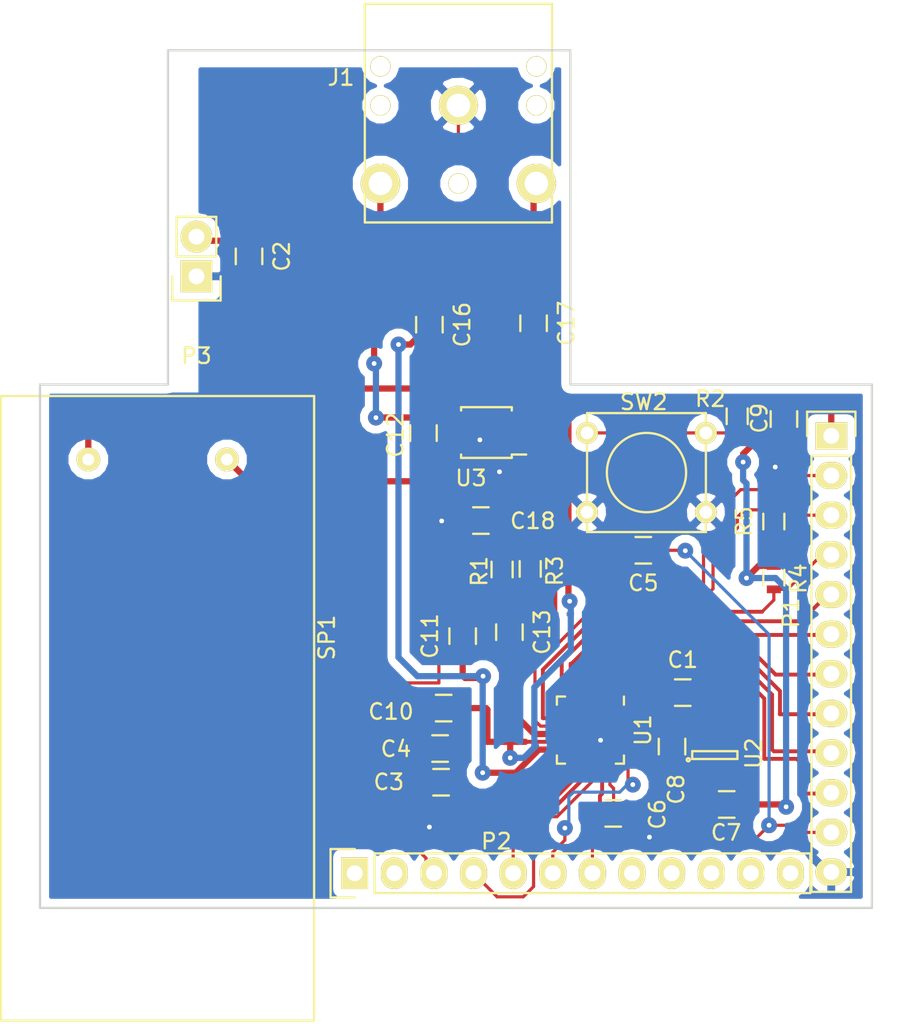
<source format=kicad_pcb>
(kicad_pcb (version 4) (host pcbnew 4.0.2-stable)

  (general
    (links 82)
    (no_connects 0)
    (area 143.079399 45.8256 202.436401 111.756)
    (thickness 1.6)
    (drawings 13)
    (tracks 500)
    (zones 0)
    (modules 30)
    (nets 41)
  )

  (page A4)
  (layers
    (0 F.Cu signal)
    (31 B.Cu signal)
    (32 B.Adhes user)
    (33 F.Adhes user)
    (34 B.Paste user)
    (35 F.Paste user)
    (36 B.SilkS user)
    (37 F.SilkS user)
    (38 B.Mask user)
    (39 F.Mask user)
    (40 Dwgs.User user)
    (41 Cmts.User user)
    (42 Eco1.User user)
    (43 Eco2.User user)
    (44 Edge.Cuts user)
    (45 Margin user)
    (46 B.CrtYd user)
    (47 F.CrtYd user)
    (48 B.Fab user)
    (49 F.Fab user)
  )

  (setup
    (last_trace_width 0.2032)
    (user_trace_width 0.2032)
    (trace_clearance 0.1524)
    (zone_clearance 0.508)
    (zone_45_only yes)
    (trace_min 0.1524)
    (segment_width 0.2)
    (edge_width 0.15)
    (via_size 1.016)
    (via_drill 0.3048)
    (via_min_size 0.4)
    (via_min_drill 0.3)
    (uvia_size 0.508)
    (uvia_drill 0.127)
    (uvias_allowed no)
    (uvia_min_size 0.2)
    (uvia_min_drill 0.1)
    (pcb_text_width 0.3)
    (pcb_text_size 1.5 1.5)
    (mod_edge_width 0.15)
    (mod_text_size 1 1)
    (mod_text_width 0.15)
    (pad_size 0.84 0.94)
    (pad_drill 0)
    (pad_to_mask_clearance 0.2)
    (aux_axis_origin 0 0)
    (visible_elements 7FFFF7FF)
    (pcbplotparams
      (layerselection 0x010ec_80000001)
      (usegerberextensions false)
      (excludeedgelayer true)
      (linewidth 0.100000)
      (plotframeref false)
      (viasonmask false)
      (mode 1)
      (useauxorigin false)
      (hpglpennumber 1)
      (hpglpenspeed 20)
      (hpglpendiameter 15)
      (hpglpenoverlay 2)
      (psnegative false)
      (psa4output false)
      (plotreference true)
      (plotvalue true)
      (plotinvisibletext false)
      (padsonsilk false)
      (subtractmaskfromsilk false)
      (outputformat 1)
      (mirror false)
      (drillshape 0)
      (scaleselection 1)
      (outputdirectory "C:/Users/Sir Banane/Desktop/Agilack/2605PCB/eCow-logic/pico-ice40-1k/hw-shield-buzzer/prod"))
  )

  (net 0 "")
  (net 1 +3V3)
  (net 2 GND)
  (net 3 "Net-(C3-Pad2)")
  (net 4 /RESET)
  (net 5 "Net-(C6-Pad1)")
  (net 6 +1V8)
  (net 7 Haut-Parleur-L)
  (net 8 Haut-Parleur-R)
  (net 9 "Net-(C16-Pad1)")
  (net 10 "Net-(C17-Pad1)")
  (net 11 SPI_Select)
  (net 12 MCLK)
  (net 13 BCLK)
  (net 14 WCLK)
  (net 15 DIN)
  (net 16 DOUT)
  (net 17 SCL)
  (net 18 SDA)
  (net 19 MISO)
  (net 20 SCLK)
  (net 21 "Net-(P2-Pad4)")
  (net 22 "Net-(SP1-Pad2)")
  (net 23 "Net-(SP1-Pad1)")
  (net 24 "Net-(U2-Pad4)")
  (net 25 "Net-(U3-Pad2)")
  (net 26 "Net-(P2-Pad1)")
  (net 27 "Net-(P2-Pad5)")
  (net 28 "Net-(P2-Pad8)")
  (net 29 "Net-(P2-Pad9)")
  (net 30 "Net-(P2-Pad10)")
  (net 31 "Net-(P2-Pad11)")
  (net 32 "Net-(P2-Pad12)")
  (net 33 "Net-(P2-Pad2)")
  (net 34 MCBIAS)
  (net 35 /SD)
  (net 36 +5V)
  (net 37 "Net-(C11-Pad2)")
  (net 38 "Net-(C13-Pad2)")
  (net 39 "Net-(R1-Pad1)")
  (net 40 "Net-(R3-Pad1)")

  (net_class Default "Ceci est la Netclass par défaut"
    (clearance 0.1524)
    (trace_width 0.2032)
    (via_dia 1.016)
    (via_drill 0.3048)
    (uvia_dia 0.508)
    (uvia_drill 0.127)
    (add_net +1V8)
    (add_net /RESET)
    (add_net /SD)
    (add_net BCLK)
    (add_net DIN)
    (add_net DOUT)
    (add_net GND)
    (add_net MCBIAS)
    (add_net MCLK)
    (add_net MISO)
    (add_net "Net-(C3-Pad2)")
    (add_net "Net-(C6-Pad1)")
    (add_net "Net-(P2-Pad1)")
    (add_net "Net-(P2-Pad10)")
    (add_net "Net-(P2-Pad11)")
    (add_net "Net-(P2-Pad12)")
    (add_net "Net-(P2-Pad2)")
    (add_net "Net-(P2-Pad4)")
    (add_net "Net-(P2-Pad5)")
    (add_net "Net-(P2-Pad8)")
    (add_net "Net-(P2-Pad9)")
    (add_net "Net-(U2-Pad4)")
    (add_net "Net-(U3-Pad2)")
    (add_net SCL)
    (add_net SCLK)
    (add_net SDA)
    (add_net SPI_Select)
    (add_net WCLK)
  )

  (net_class Alim ""
    (clearance 0.1524)
    (trace_width 0.4)
    (via_dia 1.016)
    (via_drill 0.3048)
    (uvia_dia 0.508)
    (uvia_drill 0.127)
    (add_net +3V3)
    (add_net +5V)
  )

  (net_class Audio ""
    (clearance 0.1524)
    (trace_width 0.4)
    (via_dia 1.016)
    (via_drill 0.3048)
    (uvia_dia 0.508)
    (uvia_drill 0.127)
    (add_net Haut-Parleur-L)
    (add_net Haut-Parleur-R)
    (add_net "Net-(C11-Pad2)")
    (add_net "Net-(C13-Pad2)")
    (add_net "Net-(C16-Pad1)")
    (add_net "Net-(C17-Pad1)")
    (add_net "Net-(R1-Pad1)")
    (add_net "Net-(R3-Pad1)")
    (add_net "Net-(SP1-Pad1)")
    (add_net "Net-(SP1-Pad2)")
  )

  (module shield_foorprint:LOUDSPEAKER-ABS-216-RC (layer F.Cu) (tedit 57483F4D) (tstamp 573DE5A1)
    (at 163.3728 111.3536 180)
    (path /573DE730)
    (fp_text reference SP1 (at -0.8128 24.5364 270) (layer F.SilkS)
      (effects (font (size 1 1) (thickness 0.15)))
    )
    (fp_text value SPEAKER (at -0.9144 29.5656 270) (layer F.Fab)
      (effects (font (size 1 1) (thickness 0.15)))
    )
    (fp_line (start 0 0) (end 0 40.005) (layer F.SilkS) (width 0.15))
    (fp_line (start 0 40.005) (end 20.066 40.005) (layer F.SilkS) (width 0.15))
    (fp_line (start 20.066 40.005) (end 20.066 0) (layer F.SilkS) (width 0.15))
    (fp_line (start 20.066 0) (end 0 0) (layer F.SilkS) (width 0.15))
    (pad 1 thru_hole circle (at 14.478 35.941 180) (size 1.524 1.524) (drill 0.762) (layers *.Cu *.Mask F.SilkS)
      (net 23 "Net-(SP1-Pad1)"))
    (pad 2 thru_hole circle (at 5.588 35.941 180) (size 1.524 1.524) (drill 0.762) (layers *.Cu *.Mask F.SilkS)
      (net 22 "Net-(SP1-Pad2)"))
  )

  (module Pin_Headers:Pin_Header_Straight_1x02 locked (layer F.Cu) (tedit 54EA090C) (tstamp 573C8E71)
    (at 155.829 63.6778 180)
    (descr "Through hole pin header")
    (tags "pin header")
    (path /573D783E)
    (fp_text reference P3 (at 0 -5.1 180) (layer F.SilkS)
      (effects (font (size 1 1) (thickness 0.15)))
    )
    (fp_text value CONN_01X02 (at 0 -3.1 180) (layer F.Fab)
      (effects (font (size 1 1) (thickness 0.15)))
    )
    (fp_line (start 1.27 1.27) (end 1.27 3.81) (layer F.SilkS) (width 0.15))
    (fp_line (start 1.55 -1.55) (end 1.55 0) (layer F.SilkS) (width 0.15))
    (fp_line (start -1.75 -1.75) (end -1.75 4.3) (layer F.CrtYd) (width 0.05))
    (fp_line (start 1.75 -1.75) (end 1.75 4.3) (layer F.CrtYd) (width 0.05))
    (fp_line (start -1.75 -1.75) (end 1.75 -1.75) (layer F.CrtYd) (width 0.05))
    (fp_line (start -1.75 4.3) (end 1.75 4.3) (layer F.CrtYd) (width 0.05))
    (fp_line (start 1.27 1.27) (end -1.27 1.27) (layer F.SilkS) (width 0.15))
    (fp_line (start -1.55 0) (end -1.55 -1.55) (layer F.SilkS) (width 0.15))
    (fp_line (start -1.55 -1.55) (end 1.55 -1.55) (layer F.SilkS) (width 0.15))
    (fp_line (start -1.27 1.27) (end -1.27 3.81) (layer F.SilkS) (width 0.15))
    (fp_line (start -1.27 3.81) (end 1.27 3.81) (layer F.SilkS) (width 0.15))
    (pad 1 thru_hole rect (at 0 0 180) (size 2.032 2.032) (drill 1.016) (layers *.Cu *.Mask F.SilkS)
      (net 2 GND))
    (pad 2 thru_hole oval (at 0 2.54 180) (size 2.032 2.032) (drill 1.016) (layers *.Cu *.Mask F.SilkS)
      (net 36 +5V))
    (model Pin_Headers.3dshapes/Pin_Header_Straight_1x02.wrl
      (at (xyz 0 -0.05 0))
      (scale (xyz 1 1 1))
      (rotate (xyz 0 0 90))
    )
  )

  (module Capacitors_SMD:C_0805 placed (layer F.Cu) (tedit 573F1B15) (tstamp 573AC3E4)
    (at 171.45 93.9292)
    (descr "Capacitor SMD 0805, reflow soldering, AVX (see smccp.pdf)")
    (tags "capacitor 0805")
    (path /5731D7DE)
    (attr smd)
    (fp_text reference C4 (at -2.8321 0.0254) (layer F.SilkS)
      (effects (font (size 1 1) (thickness 0.15)))
    )
    (fp_text value 1uF (at -2.921 0.0762) (layer F.Fab)
      (effects (font (size 1 1) (thickness 0.15)))
    )
    (fp_line (start -1.8 -1) (end 1.8 -1) (layer F.CrtYd) (width 0.05))
    (fp_line (start -1.8 1) (end 1.8 1) (layer F.CrtYd) (width 0.05))
    (fp_line (start -1.8 -1) (end -1.8 1) (layer F.CrtYd) (width 0.05))
    (fp_line (start 1.8 -1) (end 1.8 1) (layer F.CrtYd) (width 0.05))
    (fp_line (start 0.5 -0.85) (end -0.5 -0.85) (layer F.SilkS) (width 0.15))
    (fp_line (start -0.5 0.85) (end 0.5 0.85) (layer F.SilkS) (width 0.15))
    (pad 1 smd rect (at -1 0) (size 1 1.25) (layers F.Cu F.Paste F.Mask)
      (net 2 GND))
    (pad 2 smd rect (at 1 0) (size 1 1.25) (layers F.Cu F.Paste F.Mask)
      (net 3 "Net-(C3-Pad2)"))
    (model Capacitors_SMD.3dshapes/C_0805.wrl
      (at (xyz 0 0 0))
      (scale (xyz 1 1 1))
      (rotate (xyz 0 0 0))
    )
  )

  (module TO_SOT_Packages_SMD:SOT-23-5 placed (layer F.Cu) (tedit 573F1B37) (tstamp 573AC5BA)
    (at 189.0649 94.3483 90)
    (descr "5-pin SOT23 package")
    (tags SOT-23-5)
    (path /573331A6)
    (attr smd)
    (fp_text reference U2 (at 0.1143 2.4892 90) (layer F.SilkS)
      (effects (font (size 1 1) (thickness 0.15)))
    )
    (fp_text value LD39015M18R (at -1.8542 3.1369 90) (layer F.Fab)
      (effects (font (size 1 1) (thickness 0.15)))
    )
    (fp_line (start -1.8 -1.6) (end 1.8 -1.6) (layer F.CrtYd) (width 0.05))
    (fp_line (start 1.8 -1.6) (end 1.8 1.6) (layer F.CrtYd) (width 0.05))
    (fp_line (start 1.8 1.6) (end -1.8 1.6) (layer F.CrtYd) (width 0.05))
    (fp_line (start -1.8 1.6) (end -1.8 -1.6) (layer F.CrtYd) (width 0.05))
    (fp_circle (center -0.3 -1.7) (end -0.2 -1.7) (layer F.SilkS) (width 0.15))
    (fp_line (start 0.25 -1.45) (end -0.25 -1.45) (layer F.SilkS) (width 0.15))
    (fp_line (start 0.25 1.45) (end 0.25 -1.45) (layer F.SilkS) (width 0.15))
    (fp_line (start -0.25 1.45) (end 0.25 1.45) (layer F.SilkS) (width 0.15))
    (fp_line (start -0.25 -1.45) (end -0.25 1.45) (layer F.SilkS) (width 0.15))
    (pad 1 smd rect (at -1.1 -0.95 90) (size 1.06 0.65) (layers F.Cu F.Paste F.Mask)
      (net 1 +3V3))
    (pad 2 smd rect (at -1.1 0 90) (size 1.06 0.65) (layers F.Cu F.Paste F.Mask)
      (net 2 GND))
    (pad 3 smd rect (at -1.1 0.95 90) (size 1.06 0.65) (layers F.Cu F.Paste F.Mask)
      (net 1 +3V3))
    (pad 4 smd rect (at 1.1 0.95 90) (size 1.06 0.65) (layers F.Cu F.Paste F.Mask)
      (net 24 "Net-(U2-Pad4)"))
    (pad 5 smd rect (at 1.1 -0.95 90) (size 1.06 0.65) (layers F.Cu F.Paste F.Mask)
      (net 6 +1V8))
    (model TO_SOT_Packages_SMD.3dshapes/SOT-23-5.wrl
      (at (xyz 0 0 0))
      (scale (xyz 1 1 1))
      (rotate (xyz 0 0 0))
    )
  )

  (module Housings_DFN_QFN:QFN-24-1EP_4x4mm_Pitch0.5mm placed (layer F.Cu) (tedit 573F00C9) (tstamp 573AC5A8)
    (at 181.0893 92.7481 270)
    (descr "24-Lead Plastic Quad Flat, No Lead Package (MJ) - 4x4x0.9 mm Body [QFN]; (see Microchip Packaging Specification 00000049BS.pdf)")
    (tags "QFN 0.5")
    (path /5730B9F3)
    (attr smd)
    (fp_text reference U1 (at 0 -3.375 270) (layer F.SilkS)
      (effects (font (size 1 1) (thickness 0.15)))
    )
    (fp_text value TLV320DAC3203 (at -3.5687 0.0381 360) (layer F.Fab)
      (effects (font (size 1 1) (thickness 0.15)))
    )
    (fp_line (start -2.65 -2.65) (end -2.65 2.65) (layer F.CrtYd) (width 0.05))
    (fp_line (start 2.65 -2.65) (end 2.65 2.65) (layer F.CrtYd) (width 0.05))
    (fp_line (start -2.65 -2.65) (end 2.65 -2.65) (layer F.CrtYd) (width 0.05))
    (fp_line (start -2.65 2.65) (end 2.65 2.65) (layer F.CrtYd) (width 0.05))
    (fp_line (start 2.15 -2.15) (end 2.15 -1.625) (layer F.SilkS) (width 0.15))
    (fp_line (start -2.15 2.15) (end -2.15 1.625) (layer F.SilkS) (width 0.15))
    (fp_line (start 2.15 2.15) (end 2.15 1.625) (layer F.SilkS) (width 0.15))
    (fp_line (start -2.15 -2.15) (end -1.625 -2.15) (layer F.SilkS) (width 0.15))
    (fp_line (start -2.15 2.15) (end -1.625 2.15) (layer F.SilkS) (width 0.15))
    (fp_line (start 2.15 2.15) (end 1.625 2.15) (layer F.SilkS) (width 0.15))
    (fp_line (start 2.15 -2.15) (end 1.625 -2.15) (layer F.SilkS) (width 0.15))
    (pad 1 smd rect (at -1.95 -1.25 270) (size 0.85 0.3) (layers F.Cu F.Paste F.Mask)
      (net 12 MCLK))
    (pad 2 smd rect (at -1.95 -0.75 270) (size 0.85 0.3) (layers F.Cu F.Paste F.Mask)
      (net 13 BCLK))
    (pad 3 smd rect (at -1.95 -0.25 270) (size 0.85 0.3) (layers F.Cu F.Paste F.Mask)
      (net 14 WCLK))
    (pad 4 smd rect (at -1.95 0.25 270) (size 0.85 0.3) (layers F.Cu F.Paste F.Mask)
      (net 15 DIN))
    (pad 5 smd rect (at -1.95 0.75 270) (size 0.85 0.3) (layers F.Cu F.Paste F.Mask)
      (net 16 DOUT))
    (pad 6 smd rect (at -1.95 1.25 270) (size 0.85 0.3) (layers F.Cu F.Paste F.Mask)
      (net 20 SCLK))
    (pad 7 smd rect (at -1.25 1.95) (size 0.85 0.3) (layers F.Cu F.Paste F.Mask)
      (net 17 SCL))
    (pad 8 smd rect (at -0.75 1.95) (size 0.85 0.3) (layers F.Cu F.Paste F.Mask)
      (net 18 SDA))
    (pad 9 smd rect (at -0.25 1.95) (size 0.85 0.3) (layers F.Cu F.Paste F.Mask)
      (net 19 MISO))
    (pad 10 smd rect (at 0.25 1.95) (size 0.85 0.3) (layers F.Cu F.Paste F.Mask)
      (net 8 Haut-Parleur-R))
    (pad 11 smd rect (at 0.75 1.95) (size 0.85 0.3) (layers F.Cu F.Paste F.Mask)
      (net 1 +3V3))
    (pad 12 smd rect (at 1.25 1.95) (size 0.85 0.3) (layers F.Cu F.Paste F.Mask)
      (net 7 Haut-Parleur-L))
    (pad 13 smd rect (at 1.95 1.25 270) (size 0.85 0.3) (layers F.Cu F.Paste F.Mask)
      (net 3 "Net-(C3-Pad2)"))
    (pad 14 smd rect (at 1.95 0.75 270) (size 0.85 0.3) (layers F.Cu F.Paste F.Mask)
      (net 2 GND))
    (pad 15 smd rect (at 1.95 0.25 270) (size 0.85 0.3) (layers F.Cu F.Paste F.Mask)
      (net 27 "Net-(P2-Pad5)"))
    (pad 16 smd rect (at 1.95 -0.25 270) (size 0.85 0.3) (layers F.Cu F.Paste F.Mask)
      (net 21 "Net-(P2-Pad4)"))
    (pad 17 smd rect (at 1.95 -0.75 270) (size 0.85 0.3) (layers F.Cu F.Paste F.Mask)
      (net 5 "Net-(C6-Pad1)"))
    (pad 18 smd rect (at 1.95 -1.25 270) (size 0.85 0.3) (layers F.Cu F.Paste F.Mask)
      (net 34 MCBIAS))
    (pad 19 smd rect (at 1.25 -1.95) (size 0.85 0.3) (layers F.Cu F.Paste F.Mask)
      (net 11 SPI_Select))
    (pad 20 smd rect (at 0.75 -1.95) (size 0.85 0.3) (layers F.Cu F.Paste F.Mask)
      (net 4 /RESET))
    (pad 21 smd rect (at 0.25 -1.95) (size 0.85 0.3) (layers F.Cu F.Paste F.Mask)
      (net 2 GND))
    (pad 22 smd rect (at -0.25 -1.95) (size 0.85 0.3) (layers F.Cu F.Paste F.Mask)
      (net 6 +1V8))
    (pad 23 smd rect (at -0.75 -1.95) (size 0.85 0.3) (layers F.Cu F.Paste F.Mask)
      (net 2 GND))
    (pad 24 smd rect (at -1.25 -1.95) (size 0.85 0.3) (layers F.Cu F.Paste F.Mask)
      (net 1 +3V3))
    (pad 25 smd rect (at 0.65 0.65 270) (size 1.3 1.3) (layers F.Cu F.Paste F.Mask)
      (net 2 GND) (solder_paste_margin_ratio -0.2))
    (pad 25 smd rect (at 0.65 -0.65 270) (size 1.3 1.3) (layers F.Cu F.Paste F.Mask)
      (net 2 GND) (solder_paste_margin_ratio -0.2))
    (pad 25 smd rect (at -0.65 0.65 270) (size 1.3 1.3) (layers F.Cu F.Paste F.Mask)
      (net 2 GND) (solder_paste_margin_ratio -0.2))
    (pad 25 smd rect (at -0.65 -0.65 270) (size 1.3 1.3) (layers F.Cu F.Paste F.Mask)
      (net 2 GND) (solder_paste_margin_ratio -0.2))
    (model Housings_DFN_QFN.3dshapes/QFN-24-1EP_4x4mm_Pitch0.5mm.wrl
      (at (xyz 0 0 0))
      (scale (xyz 1 1 1))
      (rotate (xyz 0 0 0))
    )
  )

  (module Buttons_Switches_ThroughHole:SW_PUSH_SMALL placed (layer F.Cu) (tedit 57483FB0) (tstamp 573AC57D)
    (at 184.6834 76.2508)
    (path /573666D0)
    (fp_text reference SW2 (at -0.1778 -4.5212) (layer F.SilkS)
      (effects (font (size 1 1) (thickness 0.15)))
    )
    (fp_text value SW_PUSH (at 0 1.016) (layer F.Fab)
      (effects (font (size 1 1) (thickness 0.15)))
    )
    (fp_circle (center 0 0) (end 0 -2.54) (layer F.SilkS) (width 0.15))
    (fp_line (start -3.81 -3.81) (end 3.81 -3.81) (layer F.SilkS) (width 0.15))
    (fp_line (start 3.81 -3.81) (end 3.81 3.81) (layer F.SilkS) (width 0.15))
    (fp_line (start 3.81 3.81) (end -3.81 3.81) (layer F.SilkS) (width 0.15))
    (fp_line (start -3.81 -3.81) (end -3.81 3.81) (layer F.SilkS) (width 0.15))
    (pad 1 thru_hole circle (at 3.81 -2.54) (size 1.397 1.397) (drill 0.8128) (layers *.Cu *.Mask F.SilkS)
      (net 4 /RESET))
    (pad 2 thru_hole circle (at 3.81 2.54) (size 1.397 1.397) (drill 0.8128) (layers *.Cu *.Mask F.SilkS)
      (net 2 GND))
    (pad 1 thru_hole circle (at -3.81 -2.54) (size 1.397 1.397) (drill 0.8128) (layers *.Cu *.Mask F.SilkS)
      (net 4 /RESET))
    (pad 2 thru_hole circle (at -3.81 2.54) (size 1.397 1.397) (drill 0.8128) (layers *.Cu *.Mask F.SilkS)
      (net 2 GND))
  )

  (module Pin_Headers:Pin_Header_Straight_1x12 (layer F.Cu) (tedit 57483FC4) (tstamp 573AC4EB)
    (at 196.5325 73.9013)
    (descr "Through hole pin header")
    (tags "pin header")
    (path /57327149)
    (fp_text reference P1 (at -2.5781 11.3411 90) (layer F.SilkS)
      (effects (font (size 1 1) (thickness 0.15)))
    )
    (fp_text value CONN_12 (at -2.6797 16.0147 90) (layer F.Fab)
      (effects (font (size 1 1) (thickness 0.15)))
    )
    (fp_line (start -1.75 -1.75) (end -1.75 29.7) (layer F.CrtYd) (width 0.05))
    (fp_line (start 1.75 -1.75) (end 1.75 29.7) (layer F.CrtYd) (width 0.05))
    (fp_line (start -1.75 -1.75) (end 1.75 -1.75) (layer F.CrtYd) (width 0.05))
    (fp_line (start -1.75 29.7) (end 1.75 29.7) (layer F.CrtYd) (width 0.05))
    (fp_line (start 1.27 1.27) (end 1.27 29.21) (layer F.SilkS) (width 0.15))
    (fp_line (start 1.27 29.21) (end -1.27 29.21) (layer F.SilkS) (width 0.15))
    (fp_line (start -1.27 29.21) (end -1.27 1.27) (layer F.SilkS) (width 0.15))
    (fp_line (start 1.55 -1.55) (end 1.55 0) (layer F.SilkS) (width 0.15))
    (fp_line (start 1.27 1.27) (end -1.27 1.27) (layer F.SilkS) (width 0.15))
    (fp_line (start -1.55 0) (end -1.55 -1.55) (layer F.SilkS) (width 0.15))
    (fp_line (start -1.55 -1.55) (end 1.55 -1.55) (layer F.SilkS) (width 0.15))
    (pad 1 thru_hole rect (at 0 0) (size 2.032 1.7272) (drill 1.016) (layers *.Cu *.Mask F.SilkS)
      (net 1 +3V3))
    (pad 2 thru_hole oval (at 0 2.54) (size 2.032 1.7272) (drill 1.016) (layers *.Cu *.Mask F.SilkS)
      (net 19 MISO))
    (pad 3 thru_hole oval (at 0 5.08) (size 2.032 1.7272) (drill 1.016) (layers *.Cu *.Mask F.SilkS)
      (net 18 SDA))
    (pad 4 thru_hole oval (at 0 7.62) (size 2.032 1.7272) (drill 1.016) (layers *.Cu *.Mask F.SilkS)
      (net 17 SCL))
    (pad 5 thru_hole oval (at 0 10.16) (size 2.032 1.7272) (drill 1.016) (layers *.Cu *.Mask F.SilkS)
      (net 20 SCLK))
    (pad 6 thru_hole oval (at 0 12.7) (size 2.032 1.7272) (drill 1.016) (layers *.Cu *.Mask F.SilkS)
      (net 16 DOUT))
    (pad 7 thru_hole oval (at 0 15.24) (size 2.032 1.7272) (drill 1.016) (layers *.Cu *.Mask F.SilkS)
      (net 15 DIN))
    (pad 8 thru_hole oval (at 0 17.78) (size 2.032 1.7272) (drill 1.016) (layers *.Cu *.Mask F.SilkS)
      (net 14 WCLK))
    (pad 9 thru_hole oval (at 0 20.32) (size 2.032 1.7272) (drill 1.016) (layers *.Cu *.Mask F.SilkS)
      (net 13 BCLK))
    (pad 10 thru_hole oval (at 0 22.86) (size 2.032 1.7272) (drill 1.016) (layers *.Cu *.Mask F.SilkS)
      (net 12 MCLK))
    (pad 11 thru_hole oval (at 0 25.4) (size 2.032 1.7272) (drill 1.016) (layers *.Cu *.Mask F.SilkS)
      (net 4 /RESET))
    (pad 12 thru_hole oval (at 0 27.94) (size 2.032 1.7272) (drill 1.016) (layers *.Cu *.Mask F.SilkS)
      (net 2 GND))
    (model Pin_Headers.3dshapes/Pin_Header_Straight_1x12.wrl
      (at (xyz 0 -0.55 0))
      (scale (xyz 1 1 1))
      (rotate (xyz 0 0 90))
    )
  )

  (module Capacitors_SMD:C_0805 placed (layer F.Cu) (tedit 5415D6EA) (tstamp 573AC3C0)
    (at 187.0075 90.3478)
    (descr "Capacitor SMD 0805, reflow soldering, AVX (see smccp.pdf)")
    (tags "capacitor 0805")
    (path /5731BBAA)
    (attr smd)
    (fp_text reference C1 (at 0 -2.1) (layer F.SilkS)
      (effects (font (size 1 1) (thickness 0.15)))
    )
    (fp_text value 0.1u (at 0 2.1) (layer F.Fab)
      (effects (font (size 1 1) (thickness 0.15)))
    )
    (fp_line (start -1.8 -1) (end 1.8 -1) (layer F.CrtYd) (width 0.05))
    (fp_line (start -1.8 1) (end 1.8 1) (layer F.CrtYd) (width 0.05))
    (fp_line (start -1.8 -1) (end -1.8 1) (layer F.CrtYd) (width 0.05))
    (fp_line (start 1.8 -1) (end 1.8 1) (layer F.CrtYd) (width 0.05))
    (fp_line (start 0.5 -0.85) (end -0.5 -0.85) (layer F.SilkS) (width 0.15))
    (fp_line (start -0.5 0.85) (end 0.5 0.85) (layer F.SilkS) (width 0.15))
    (pad 1 smd rect (at -1 0) (size 1 1.25) (layers F.Cu F.Paste F.Mask)
      (net 1 +3V3))
    (pad 2 smd rect (at 1 0) (size 1 1.25) (layers F.Cu F.Paste F.Mask)
      (net 2 GND))
    (model Capacitors_SMD.3dshapes/C_0805.wrl
      (at (xyz 0 0 0))
      (scale (xyz 1 1 1))
      (rotate (xyz 0 0 0))
    )
  )

  (module Capacitors_SMD:C_0805 placed (layer F.Cu) (tedit 573F1B22) (tstamp 573AC3D8)
    (at 171.5135 96.0882)
    (descr "Capacitor SMD 0805, reflow soldering, AVX (see smccp.pdf)")
    (tags "capacitor 0805")
    (path /5731D7D8)
    (attr smd)
    (fp_text reference C3 (at -3.3528 -0.0127) (layer F.SilkS)
      (effects (font (size 1 1) (thickness 0.15)))
    )
    (fp_text value 0.1uF (at -3.6576 0.1651) (layer F.Fab)
      (effects (font (size 1 1) (thickness 0.15)))
    )
    (fp_line (start -1.8 -1) (end 1.8 -1) (layer F.CrtYd) (width 0.05))
    (fp_line (start -1.8 1) (end 1.8 1) (layer F.CrtYd) (width 0.05))
    (fp_line (start -1.8 -1) (end -1.8 1) (layer F.CrtYd) (width 0.05))
    (fp_line (start 1.8 -1) (end 1.8 1) (layer F.CrtYd) (width 0.05))
    (fp_line (start 0.5 -0.85) (end -0.5 -0.85) (layer F.SilkS) (width 0.15))
    (fp_line (start -0.5 0.85) (end 0.5 0.85) (layer F.SilkS) (width 0.15))
    (pad 1 smd rect (at -1 0) (size 1 1.25) (layers F.Cu F.Paste F.Mask)
      (net 2 GND))
    (pad 2 smd rect (at 1 0) (size 1 1.25) (layers F.Cu F.Paste F.Mask)
      (net 3 "Net-(C3-Pad2)"))
    (model Capacitors_SMD.3dshapes/C_0805.wrl
      (at (xyz 0 0 0))
      (scale (xyz 1 1 1))
      (rotate (xyz 0 0 0))
    )
  )

  (module Capacitors_SMD:C_0805 placed (layer F.Cu) (tedit 5415D6EA) (tstamp 573AC3F0)
    (at 184.4802 81.2292 180)
    (descr "Capacitor SMD 0805, reflow soldering, AVX (see smccp.pdf)")
    (tags "capacitor 0805")
    (path /5732FEB0)
    (attr smd)
    (fp_text reference C5 (at 0 -2.1 180) (layer F.SilkS)
      (effects (font (size 1 1) (thickness 0.15)))
    )
    (fp_text value 1u (at 0 2.1 180) (layer F.Fab)
      (effects (font (size 1 1) (thickness 0.15)))
    )
    (fp_line (start -1.8 -1) (end 1.8 -1) (layer F.CrtYd) (width 0.05))
    (fp_line (start -1.8 1) (end 1.8 1) (layer F.CrtYd) (width 0.05))
    (fp_line (start -1.8 -1) (end -1.8 1) (layer F.CrtYd) (width 0.05))
    (fp_line (start 1.8 -1) (end 1.8 1) (layer F.CrtYd) (width 0.05))
    (fp_line (start 0.5 -0.85) (end -0.5 -0.85) (layer F.SilkS) (width 0.15))
    (fp_line (start -0.5 0.85) (end 0.5 0.85) (layer F.SilkS) (width 0.15))
    (pad 1 smd rect (at -1 0 180) (size 1 1.25) (layers F.Cu F.Paste F.Mask)
      (net 4 /RESET))
    (pad 2 smd rect (at 1 0 180) (size 1 1.25) (layers F.Cu F.Paste F.Mask)
      (net 2 GND))
    (model Capacitors_SMD.3dshapes/C_0805.wrl
      (at (xyz 0 0 0))
      (scale (xyz 1 1 1))
      (rotate (xyz 0 0 0))
    )
  )

  (module Capacitors_SMD:C_0805 placed (layer F.Cu) (tedit 57483FC8) (tstamp 573AC3FC)
    (at 182.5498 98.0821)
    (descr "Capacitor SMD 0805, reflow soldering, AVX (see smccp.pdf)")
    (tags "capacitor 0805")
    (path /57320370)
    (attr smd)
    (fp_text reference C6 (at 2.8321 0.0635 90) (layer F.SilkS)
      (effects (font (size 1 1) (thickness 0.15)))
    )
    (fp_text value 1u (at 0 2.1) (layer F.Fab)
      (effects (font (size 1 1) (thickness 0.15)))
    )
    (fp_line (start -1.8 -1) (end 1.8 -1) (layer F.CrtYd) (width 0.05))
    (fp_line (start -1.8 1) (end 1.8 1) (layer F.CrtYd) (width 0.05))
    (fp_line (start -1.8 -1) (end -1.8 1) (layer F.CrtYd) (width 0.05))
    (fp_line (start 1.8 -1) (end 1.8 1) (layer F.CrtYd) (width 0.05))
    (fp_line (start 0.5 -0.85) (end -0.5 -0.85) (layer F.SilkS) (width 0.15))
    (fp_line (start -0.5 0.85) (end 0.5 0.85) (layer F.SilkS) (width 0.15))
    (pad 1 smd rect (at -1 0) (size 1 1.25) (layers F.Cu F.Paste F.Mask)
      (net 5 "Net-(C6-Pad1)"))
    (pad 2 smd rect (at 1 0) (size 1 1.25) (layers F.Cu F.Paste F.Mask)
      (net 2 GND))
    (model Capacitors_SMD.3dshapes/C_0805.wrl
      (at (xyz 0 0 0))
      (scale (xyz 1 1 1))
      (rotate (xyz 0 0 0))
    )
  )

  (module Capacitors_SMD:C_0805 placed (layer F.Cu) (tedit 57484652) (tstamp 573AC408)
    (at 189.8269 97.5106 180)
    (descr "Capacitor SMD 0805, reflow soldering, AVX (see smccp.pdf)")
    (tags "capacitor 0805")
    (path /57334920)
    (attr smd)
    (fp_text reference C7 (at 0.0381 -1.8034 360) (layer F.SilkS)
      (effects (font (size 1 1) (thickness 0.15)))
    )
    (fp_text value 1u (at 0 2.1 180) (layer F.Fab)
      (effects (font (size 1 1) (thickness 0.15)))
    )
    (fp_line (start -1.8 -1) (end 1.8 -1) (layer F.CrtYd) (width 0.05))
    (fp_line (start -1.8 1) (end 1.8 1) (layer F.CrtYd) (width 0.05))
    (fp_line (start -1.8 -1) (end -1.8 1) (layer F.CrtYd) (width 0.05))
    (fp_line (start 1.8 -1) (end 1.8 1) (layer F.CrtYd) (width 0.05))
    (fp_line (start 0.5 -0.85) (end -0.5 -0.85) (layer F.SilkS) (width 0.15))
    (fp_line (start -0.5 0.85) (end 0.5 0.85) (layer F.SilkS) (width 0.15))
    (pad 1 smd rect (at -1 0 180) (size 1 1.25) (layers F.Cu F.Paste F.Mask)
      (net 1 +3V3))
    (pad 2 smd rect (at 1 0 180) (size 1 1.25) (layers F.Cu F.Paste F.Mask)
      (net 2 GND))
    (model Capacitors_SMD.3dshapes/C_0805.wrl
      (at (xyz 0 0 0))
      (scale (xyz 1 1 1))
      (rotate (xyz 0 0 0))
    )
  )

  (module Capacitors_SMD:C_0805 placed (layer F.Cu) (tedit 573F1B32) (tstamp 573AC414)
    (at 186.3217 93.8022 270)
    (descr "Capacitor SMD 0805, reflow soldering, AVX (see smccp.pdf)")
    (tags "capacitor 0805")
    (path /57334E2D)
    (attr smd)
    (fp_text reference C8 (at 2.7432 -0.2667 270) (layer F.SilkS)
      (effects (font (size 1 1) (thickness 0.15)))
    )
    (fp_text value 1u (at 0 2.1 270) (layer F.Fab)
      (effects (font (size 1 1) (thickness 0.15)))
    )
    (fp_line (start -1.8 -1) (end 1.8 -1) (layer F.CrtYd) (width 0.05))
    (fp_line (start -1.8 1) (end 1.8 1) (layer F.CrtYd) (width 0.05))
    (fp_line (start -1.8 -1) (end -1.8 1) (layer F.CrtYd) (width 0.05))
    (fp_line (start 1.8 -1) (end 1.8 1) (layer F.CrtYd) (width 0.05))
    (fp_line (start 0.5 -0.85) (end -0.5 -0.85) (layer F.SilkS) (width 0.15))
    (fp_line (start -0.5 0.85) (end 0.5 0.85) (layer F.SilkS) (width 0.15))
    (pad 1 smd rect (at -1 0 270) (size 1 1.25) (layers F.Cu F.Paste F.Mask)
      (net 6 +1V8))
    (pad 2 smd rect (at 1 0 270) (size 1 1.25) (layers F.Cu F.Paste F.Mask)
      (net 2 GND))
    (model Capacitors_SMD.3dshapes/C_0805.wrl
      (at (xyz 0 0 0))
      (scale (xyz 1 1 1))
      (rotate (xyz 0 0 0))
    )
  )

  (module Capacitors_SMD:C_0805 placed (layer F.Cu) (tedit 573F1B4F) (tstamp 573AC420)
    (at 193.4972 72.8218 270)
    (descr "Capacitor SMD 0805, reflow soldering, AVX (see smccp.pdf)")
    (tags "capacitor 0805")
    (path /5733D8A0)
    (attr smd)
    (fp_text reference C9 (at -0.0508 1.5748 270) (layer F.SilkS)
      (effects (font (size 1 1) (thickness 0.15)))
    )
    (fp_text value 10u (at 0 2.1 270) (layer F.Fab)
      (effects (font (size 1 1) (thickness 0.15)))
    )
    (fp_line (start -1.8 -1) (end 1.8 -1) (layer F.CrtYd) (width 0.05))
    (fp_line (start -1.8 1) (end 1.8 1) (layer F.CrtYd) (width 0.05))
    (fp_line (start -1.8 -1) (end -1.8 1) (layer F.CrtYd) (width 0.05))
    (fp_line (start 1.8 -1) (end 1.8 1) (layer F.CrtYd) (width 0.05))
    (fp_line (start 0.5 -0.85) (end -0.5 -0.85) (layer F.SilkS) (width 0.15))
    (fp_line (start -0.5 0.85) (end 0.5 0.85) (layer F.SilkS) (width 0.15))
    (pad 1 smd rect (at -1 0 270) (size 1 1.25) (layers F.Cu F.Paste F.Mask)
      (net 1 +3V3))
    (pad 2 smd rect (at 1 0 270) (size 1 1.25) (layers F.Cu F.Paste F.Mask)
      (net 2 GND))
    (model Capacitors_SMD.3dshapes/C_0805.wrl
      (at (xyz 0 0 0))
      (scale (xyz 1 1 1))
      (rotate (xyz 0 0 0))
    )
  )

  (module Capacitors_SMD:C_0805 placed (layer F.Cu) (tedit 5415D6EA) (tstamp 573AC474)
    (at 170.7642 66.7766 270)
    (descr "Capacitor SMD 0805, reflow soldering, AVX (see smccp.pdf)")
    (tags "capacitor 0805")
    (path /5735FB8C)
    (attr smd)
    (fp_text reference C16 (at 0 -2.1 270) (layer F.SilkS)
      (effects (font (size 1 1) (thickness 0.15)))
    )
    (fp_text value 47u (at 0 2.1 270) (layer F.Fab)
      (effects (font (size 1 1) (thickness 0.15)))
    )
    (fp_line (start -1.8 -1) (end 1.8 -1) (layer F.CrtYd) (width 0.05))
    (fp_line (start -1.8 1) (end 1.8 1) (layer F.CrtYd) (width 0.05))
    (fp_line (start -1.8 -1) (end -1.8 1) (layer F.CrtYd) (width 0.05))
    (fp_line (start 1.8 -1) (end 1.8 1) (layer F.CrtYd) (width 0.05))
    (fp_line (start 0.5 -0.85) (end -0.5 -0.85) (layer F.SilkS) (width 0.15))
    (fp_line (start -0.5 0.85) (end 0.5 0.85) (layer F.SilkS) (width 0.15))
    (pad 1 smd rect (at -1 0 270) (size 1 1.25) (layers F.Cu F.Paste F.Mask)
      (net 9 "Net-(C16-Pad1)"))
    (pad 2 smd rect (at 1 0 270) (size 1 1.25) (layers F.Cu F.Paste F.Mask)
      (net 7 Haut-Parleur-L))
    (model Capacitors_SMD.3dshapes/C_0805.wrl
      (at (xyz 0 0 0))
      (scale (xyz 1 1 1))
      (rotate (xyz 0 0 0))
    )
  )

  (module Capacitors_SMD:C_0805 placed (layer F.Cu) (tedit 5415D6EA) (tstamp 573AC480)
    (at 177.4444 66.6877 270)
    (descr "Capacitor SMD 0805, reflow soldering, AVX (see smccp.pdf)")
    (tags "capacitor 0805")
    (path /5735FC9E)
    (attr smd)
    (fp_text reference C17 (at 0 -2.1 270) (layer F.SilkS)
      (effects (font (size 1 1) (thickness 0.15)))
    )
    (fp_text value 47u (at 0 2.1 270) (layer F.Fab)
      (effects (font (size 1 1) (thickness 0.15)))
    )
    (fp_line (start -1.8 -1) (end 1.8 -1) (layer F.CrtYd) (width 0.05))
    (fp_line (start -1.8 1) (end 1.8 1) (layer F.CrtYd) (width 0.05))
    (fp_line (start -1.8 -1) (end -1.8 1) (layer F.CrtYd) (width 0.05))
    (fp_line (start 1.8 -1) (end 1.8 1) (layer F.CrtYd) (width 0.05))
    (fp_line (start 0.5 -0.85) (end -0.5 -0.85) (layer F.SilkS) (width 0.15))
    (fp_line (start -0.5 0.85) (end 0.5 0.85) (layer F.SilkS) (width 0.15))
    (pad 1 smd rect (at -1 0 270) (size 1 1.25) (layers F.Cu F.Paste F.Mask)
      (net 10 "Net-(C17-Pad1)"))
    (pad 2 smd rect (at 1 0 270) (size 1 1.25) (layers F.Cu F.Paste F.Mask)
      (net 8 Haut-Parleur-R))
    (model Capacitors_SMD.3dshapes/C_0805.wrl
      (at (xyz 0 0 0))
      (scale (xyz 1 1 1))
      (rotate (xyz 0 0 0))
    )
  )

  (module Resistors_SMD:R_0603 placed (layer F.Cu) (tedit 57483FB9) (tstamp 573AC516)
    (at 190.5 72.644 270)
    (descr "Resistor SMD 0603, reflow soldering, Vishay (see dcrcw.pdf)")
    (tags "resistor 0603")
    (path /5732F7ED)
    (attr smd)
    (fp_text reference R2 (at -1.1176 1.7272 360) (layer F.SilkS)
      (effects (font (size 1 1) (thickness 0.15)))
    )
    (fp_text value 10k (at 0 1.9 270) (layer F.Fab)
      (effects (font (size 1 1) (thickness 0.15)))
    )
    (fp_line (start -1.3 -0.8) (end 1.3 -0.8) (layer F.CrtYd) (width 0.05))
    (fp_line (start -1.3 0.8) (end 1.3 0.8) (layer F.CrtYd) (width 0.05))
    (fp_line (start -1.3 -0.8) (end -1.3 0.8) (layer F.CrtYd) (width 0.05))
    (fp_line (start 1.3 -0.8) (end 1.3 0.8) (layer F.CrtYd) (width 0.05))
    (fp_line (start 0.5 0.675) (end -0.5 0.675) (layer F.SilkS) (width 0.15))
    (fp_line (start -0.5 -0.675) (end 0.5 -0.675) (layer F.SilkS) (width 0.15))
    (pad 1 smd rect (at -0.75 0 270) (size 0.5 0.9) (layers F.Cu F.Paste F.Mask)
      (net 1 +3V3))
    (pad 2 smd rect (at 0.75 0 270) (size 0.5 0.9) (layers F.Cu F.Paste F.Mask)
      (net 4 /RESET))
    (model Resistors_SMD.3dshapes/R_0603.wrl
      (at (xyz 0 0 0))
      (scale (xyz 1 1 1))
      (rotate (xyz 0 0 0))
    )
  )

  (module Pin_Headers:Pin_Header_Straight_1x12 (layer F.Cu) (tedit 57483FA0) (tstamp 573AE267)
    (at 165.9763 101.9175 90)
    (descr "Through hole pin header")
    (tags "pin header")
    (path /573C1E56)
    (fp_text reference P2 (at 2.0447 9.0805 180) (layer F.SilkS)
      (effects (font (size 1 1) (thickness 0.15)))
    )
    (fp_text value CONN_12 (at 2.5527 0.7493 180) (layer F.Fab)
      (effects (font (size 1 1) (thickness 0.15)))
    )
    (fp_line (start -1.75 -1.75) (end -1.75 29.7) (layer F.CrtYd) (width 0.05))
    (fp_line (start 1.75 -1.75) (end 1.75 29.7) (layer F.CrtYd) (width 0.05))
    (fp_line (start -1.75 -1.75) (end 1.75 -1.75) (layer F.CrtYd) (width 0.05))
    (fp_line (start -1.75 29.7) (end 1.75 29.7) (layer F.CrtYd) (width 0.05))
    (fp_line (start 1.27 1.27) (end 1.27 29.21) (layer F.SilkS) (width 0.15))
    (fp_line (start 1.27 29.21) (end -1.27 29.21) (layer F.SilkS) (width 0.15))
    (fp_line (start -1.27 29.21) (end -1.27 1.27) (layer F.SilkS) (width 0.15))
    (fp_line (start 1.55 -1.55) (end 1.55 0) (layer F.SilkS) (width 0.15))
    (fp_line (start 1.27 1.27) (end -1.27 1.27) (layer F.SilkS) (width 0.15))
    (fp_line (start -1.55 0) (end -1.55 -1.55) (layer F.SilkS) (width 0.15))
    (fp_line (start -1.55 -1.55) (end 1.55 -1.55) (layer F.SilkS) (width 0.15))
    (pad 1 thru_hole rect (at 0 0 90) (size 2.032 1.7272) (drill 1.016) (layers *.Cu *.Mask F.SilkS)
      (net 26 "Net-(P2-Pad1)"))
    (pad 2 thru_hole oval (at 0 2.54 90) (size 2.032 1.7272) (drill 1.016) (layers *.Cu *.Mask F.SilkS)
      (net 33 "Net-(P2-Pad2)"))
    (pad 3 thru_hole oval (at 0 5.08 90) (size 2.032 1.7272) (drill 1.016) (layers *.Cu *.Mask F.SilkS)
      (net 35 /SD))
    (pad 4 thru_hole oval (at 0 7.62 90) (size 2.032 1.7272) (drill 1.016) (layers *.Cu *.Mask F.SilkS)
      (net 21 "Net-(P2-Pad4)"))
    (pad 5 thru_hole oval (at 0 10.16 90) (size 2.032 1.7272) (drill 1.016) (layers *.Cu *.Mask F.SilkS)
      (net 27 "Net-(P2-Pad5)"))
    (pad 6 thru_hole oval (at 0 12.7 90) (size 2.032 1.7272) (drill 1.016) (layers *.Cu *.Mask F.SilkS)
      (net 11 SPI_Select))
    (pad 7 thru_hole oval (at 0 15.24 90) (size 2.032 1.7272) (drill 1.016) (layers *.Cu *.Mask F.SilkS)
      (net 34 MCBIAS))
    (pad 8 thru_hole oval (at 0 17.78 90) (size 2.032 1.7272) (drill 1.016) (layers *.Cu *.Mask F.SilkS)
      (net 28 "Net-(P2-Pad8)"))
    (pad 9 thru_hole oval (at 0 20.32 90) (size 2.032 1.7272) (drill 1.016) (layers *.Cu *.Mask F.SilkS)
      (net 29 "Net-(P2-Pad9)"))
    (pad 10 thru_hole oval (at 0 22.86 90) (size 2.032 1.7272) (drill 1.016) (layers *.Cu *.Mask F.SilkS)
      (net 30 "Net-(P2-Pad10)"))
    (pad 11 thru_hole oval (at 0 25.4 90) (size 2.032 1.7272) (drill 1.016) (layers *.Cu *.Mask F.SilkS)
      (net 31 "Net-(P2-Pad11)"))
    (pad 12 thru_hole oval (at 0 27.94 90) (size 2.032 1.7272) (drill 1.016) (layers *.Cu *.Mask F.SilkS)
      (net 32 "Net-(P2-Pad12)"))
    (model Pin_Headers.3dshapes/Pin_Header_Straight_1x12.wrl
      (at (xyz 0 -0.55 0))
      (scale (xyz 1 1 1))
      (rotate (xyz 0 0 90))
    )
  )

  (module Resistors_SMD:R_0603 (layer F.Cu) (tedit 573F1B05) (tstamp 573C5FB4)
    (at 175.4251 82.4611 270)
    (descr "Resistor SMD 0603, reflow soldering, Vishay (see dcrcw.pdf)")
    (tags "resistor 0603")
    (path /573CDB23)
    (attr smd)
    (fp_text reference R1 (at 0.1143 1.4605 270) (layer F.SilkS)
      (effects (font (size 1 1) (thickness 0.15)))
    )
    (fp_text value 110k (at 0.0254 0.1905 270) (layer F.Fab)
      (effects (font (size 1 1) (thickness 0.15)))
    )
    (fp_line (start -1.3 -0.8) (end 1.3 -0.8) (layer F.CrtYd) (width 0.05))
    (fp_line (start -1.3 0.8) (end 1.3 0.8) (layer F.CrtYd) (width 0.05))
    (fp_line (start -1.3 -0.8) (end -1.3 0.8) (layer F.CrtYd) (width 0.05))
    (fp_line (start 1.3 -0.8) (end 1.3 0.8) (layer F.CrtYd) (width 0.05))
    (fp_line (start 0.5 0.675) (end -0.5 0.675) (layer F.SilkS) (width 0.15))
    (fp_line (start -0.5 -0.675) (end 0.5 -0.675) (layer F.SilkS) (width 0.15))
    (pad 1 smd rect (at -0.75 0 270) (size 0.5 0.9) (layers F.Cu F.Paste F.Mask)
      (net 39 "Net-(R1-Pad1)"))
    (pad 2 smd rect (at 0.75 0 270) (size 0.5 0.9) (layers F.Cu F.Paste F.Mask)
      (net 37 "Net-(C11-Pad2)"))
    (model Resistors_SMD.3dshapes/R_0603.wrl
      (at (xyz 0 0 0))
      (scale (xyz 1 1 1))
      (rotate (xyz 0 0 0))
    )
  )

  (module Resistors_SMD:R_0603 (layer F.Cu) (tedit 573F1B00) (tstamp 573C5FC0)
    (at 177.2285 82.423 270)
    (descr "Resistor SMD 0603, reflow soldering, Vishay (see dcrcw.pdf)")
    (tags "resistor 0603")
    (path /573CDBC1)
    (attr smd)
    (fp_text reference R3 (at 0.127 -1.5748 270) (layer F.SilkS)
      (effects (font (size 1 1) (thickness 0.15)))
    )
    (fp_text value 110k (at 0.0508 -0.0889 270) (layer F.Fab)
      (effects (font (size 1 1) (thickness 0.15)))
    )
    (fp_line (start -1.3 -0.8) (end 1.3 -0.8) (layer F.CrtYd) (width 0.05))
    (fp_line (start -1.3 0.8) (end 1.3 0.8) (layer F.CrtYd) (width 0.05))
    (fp_line (start -1.3 -0.8) (end -1.3 0.8) (layer F.CrtYd) (width 0.05))
    (fp_line (start 1.3 -0.8) (end 1.3 0.8) (layer F.CrtYd) (width 0.05))
    (fp_line (start 0.5 0.675) (end -0.5 0.675) (layer F.SilkS) (width 0.15))
    (fp_line (start -0.5 -0.675) (end 0.5 -0.675) (layer F.SilkS) (width 0.15))
    (pad 1 smd rect (at -0.75 0 270) (size 0.5 0.9) (layers F.Cu F.Paste F.Mask)
      (net 40 "Net-(R3-Pad1)"))
    (pad 2 smd rect (at 0.75 0 270) (size 0.5 0.9) (layers F.Cu F.Paste F.Mask)
      (net 38 "Net-(C13-Pad2)"))
    (model Resistors_SMD.3dshapes/R_0603.wrl
      (at (xyz 0 0 0))
      (scale (xyz 1 1 1))
      (rotate (xyz 0 0 0))
    )
  )

  (module Capacitors_SMD:C_0805 (layer F.Cu) (tedit 573F1AEF) (tstamp 573D6E77)
    (at 170.3832 73.7235 270)
    (descr "Capacitor SMD 0805, reflow soldering, AVX (see smccp.pdf)")
    (tags "capacitor 0805")
    (path /573E0E9D)
    (attr smd)
    (fp_text reference C12 (at 0.127 1.8034 270) (layer F.SilkS)
      (effects (font (size 1 1) (thickness 0.15)))
    )
    (fp_text value 0.1u (at 0 2.1 270) (layer F.Fab)
      (effects (font (size 1 1) (thickness 0.15)))
    )
    (fp_line (start -1.8 -1) (end 1.8 -1) (layer F.CrtYd) (width 0.05))
    (fp_line (start -1.8 1) (end 1.8 1) (layer F.CrtYd) (width 0.05))
    (fp_line (start -1.8 -1) (end -1.8 1) (layer F.CrtYd) (width 0.05))
    (fp_line (start 1.8 -1) (end 1.8 1) (layer F.CrtYd) (width 0.05))
    (fp_line (start 0.5 -0.85) (end -0.5 -0.85) (layer F.SilkS) (width 0.15))
    (fp_line (start -0.5 0.85) (end 0.5 0.85) (layer F.SilkS) (width 0.15))
    (pad 1 smd rect (at -1 0 270) (size 1 1.25) (layers F.Cu F.Paste F.Mask)
      (net 36 +5V))
    (pad 2 smd rect (at 1 0 270) (size 1 1.25) (layers F.Cu F.Paste F.Mask)
      (net 2 GND))
    (model Capacitors_SMD.3dshapes/C_0805.wrl
      (at (xyz 0 0 0))
      (scale (xyz 1 1 1))
      (rotate (xyz 0 0 0))
    )
  )

  (module Housings_SSOP:MSOP-8-1EP_3x3mm_Pitch0.65mm (layer F.Cu) (tedit 57483FA9) (tstamp 573D751C)
    (at 174.4218 73.6854 180)
    (descr "MS8E Package; 8-Lead Plastic MSOP, Exposed Die Pad (see Linear Technology 05081662_K_MS8E.pdf)")
    (tags "SSOP 0.65")
    (path /573CB6BB)
    (attr smd)
    (fp_text reference U3 (at 0.9906 -2.921 180) (layer F.SilkS)
      (effects (font (size 1 1) (thickness 0.15)))
    )
    (fp_text value TPA2005D1 (at 0 2.55 180) (layer F.Fab)
      (effects (font (size 1 1) (thickness 0.15)))
    )
    (fp_line (start -2.8 -1.8) (end -2.8 1.8) (layer F.CrtYd) (width 0.05))
    (fp_line (start 2.8 -1.8) (end 2.8 1.8) (layer F.CrtYd) (width 0.05))
    (fp_line (start -2.8 -1.8) (end 2.8 -1.8) (layer F.CrtYd) (width 0.05))
    (fp_line (start -2.8 1.8) (end 2.8 1.8) (layer F.CrtYd) (width 0.05))
    (fp_line (start -1.625 -1.625) (end -1.625 -1.41) (layer F.SilkS) (width 0.15))
    (fp_line (start 1.625 -1.625) (end 1.625 -1.41) (layer F.SilkS) (width 0.15))
    (fp_line (start 1.625 1.625) (end 1.625 1.41) (layer F.SilkS) (width 0.15))
    (fp_line (start -1.625 1.625) (end -1.625 1.41) (layer F.SilkS) (width 0.15))
    (fp_line (start -1.625 -1.625) (end 1.625 -1.625) (layer F.SilkS) (width 0.15))
    (fp_line (start -1.625 1.625) (end 1.625 1.625) (layer F.SilkS) (width 0.15))
    (fp_line (start -1.625 -1.41) (end -2.55 -1.41) (layer F.SilkS) (width 0.15))
    (pad 1 smd rect (at -2.105 -0.975 180) (size 0.89 0.42) (layers F.Cu F.Paste F.Mask)
      (net 35 /SD))
    (pad 2 smd rect (at -2.105 -0.325 180) (size 0.89 0.42) (layers F.Cu F.Paste F.Mask)
      (net 25 "Net-(U3-Pad2)"))
    (pad 3 smd rect (at -2.105 0.325 180) (size 0.89 0.42) (layers F.Cu F.Paste F.Mask)
      (net 39 "Net-(R1-Pad1)"))
    (pad 4 smd rect (at -2.105 0.975 180) (size 0.89 0.42) (layers F.Cu F.Paste F.Mask)
      (net 40 "Net-(R3-Pad1)"))
    (pad 5 smd rect (at 2.105 0.975 180) (size 0.89 0.42) (layers F.Cu F.Paste F.Mask)
      (net 23 "Net-(SP1-Pad1)"))
    (pad 6 smd rect (at 2.105 0.325 180) (size 0.89 0.42) (layers F.Cu F.Paste F.Mask)
      (net 36 +5V))
    (pad 7 smd rect (at 2.105 -0.325 180) (size 0.89 0.42) (layers F.Cu F.Paste F.Mask)
      (net 2 GND))
    (pad 8 smd rect (at 2.105 -0.975 180) (size 0.89 0.42) (layers F.Cu F.Paste F.Mask)
      (net 22 "Net-(SP1-Pad2)"))
    (pad 9 smd rect (at 0.42 0.47 180) (size 0.84 0.94) (layers F.Cu F.Paste F.Mask)
      (net 2 GND) (solder_paste_margin_ratio -0.2))
    (pad 9 smd rect (at 0.42 -0.47 180) (size 0.84 0.94) (layers F.Cu F.Paste F.Mask)
      (net 2 GND) (solder_paste_margin_ratio -0.2))
    (pad 9 smd rect (at -0.42 0.47 180) (size 0.84 0.94) (layers F.Cu F.Paste F.Mask)
      (net 2 GND) (solder_paste_margin_ratio -0.2))
    (pad 9 smd rect (at -0.42 -0.47 180) (size 0.84 0.94) (layers F.Cu F.Paste F.Mask)
      (net 2 GND) (solder_paste_margin_ratio -0.2))
    (model Housings_SSOP.3dshapes/MSOP-8-1EP_3x3mm_Pitch0.65mm.wrl
      (at (xyz 0 0 0))
      (scale (xyz 1 1 1))
      (rotate (xyz 0 0 0))
    )
  )

  (module Capacitors_SMD:C_0805 (layer F.Cu) (tedit 5415D6EA) (tstamp 573D7822)
    (at 172.8978 86.7283 90)
    (descr "Capacitor SMD 0805, reflow soldering, AVX (see smccp.pdf)")
    (tags "capacitor 0805")
    (path /573D2AE4)
    (attr smd)
    (fp_text reference C11 (at 0 -2.1 90) (layer F.SilkS)
      (effects (font (size 1 1) (thickness 0.15)))
    )
    (fp_text value 47n (at 0 2.1 90) (layer F.Fab)
      (effects (font (size 1 1) (thickness 0.15)))
    )
    (fp_line (start -1.8 -1) (end 1.8 -1) (layer F.CrtYd) (width 0.05))
    (fp_line (start -1.8 1) (end 1.8 1) (layer F.CrtYd) (width 0.05))
    (fp_line (start -1.8 -1) (end -1.8 1) (layer F.CrtYd) (width 0.05))
    (fp_line (start 1.8 -1) (end 1.8 1) (layer F.CrtYd) (width 0.05))
    (fp_line (start 0.5 -0.85) (end -0.5 -0.85) (layer F.SilkS) (width 0.15))
    (fp_line (start -0.5 0.85) (end 0.5 0.85) (layer F.SilkS) (width 0.15))
    (pad 1 smd rect (at -1 0 90) (size 1 1.25) (layers F.Cu F.Paste F.Mask)
      (net 7 Haut-Parleur-L))
    (pad 2 smd rect (at 1 0 90) (size 1 1.25) (layers F.Cu F.Paste F.Mask)
      (net 37 "Net-(C11-Pad2)"))
    (model Capacitors_SMD.3dshapes/C_0805.wrl
      (at (xyz 0 0 0))
      (scale (xyz 1 1 1))
      (rotate (xyz 0 0 0))
    )
  )

  (module Capacitors_SMD:C_0805 (layer F.Cu) (tedit 573F1B0B) (tstamp 573D7828)
    (at 175.895 86.4743 90)
    (descr "Capacitor SMD 0805, reflow soldering, AVX (see smccp.pdf)")
    (tags "capacitor 0805")
    (path /573D30C7)
    (attr smd)
    (fp_text reference C13 (at 0 2.0955 90) (layer F.SilkS)
      (effects (font (size 1 1) (thickness 0.15)))
    )
    (fp_text value 47n (at 1.1684 1.7526 90) (layer F.Fab)
      (effects (font (size 1 1) (thickness 0.15)))
    )
    (fp_line (start -1.8 -1) (end 1.8 -1) (layer F.CrtYd) (width 0.05))
    (fp_line (start -1.8 1) (end 1.8 1) (layer F.CrtYd) (width 0.05))
    (fp_line (start -1.8 -1) (end -1.8 1) (layer F.CrtYd) (width 0.05))
    (fp_line (start 1.8 -1) (end 1.8 1) (layer F.CrtYd) (width 0.05))
    (fp_line (start 0.5 -0.85) (end -0.5 -0.85) (layer F.SilkS) (width 0.15))
    (fp_line (start -0.5 0.85) (end 0.5 0.85) (layer F.SilkS) (width 0.15))
    (pad 1 smd rect (at -1 0 90) (size 1 1.25) (layers F.Cu F.Paste F.Mask)
      (net 8 Haut-Parleur-R))
    (pad 2 smd rect (at 1 0 90) (size 1 1.25) (layers F.Cu F.Paste F.Mask)
      (net 38 "Net-(C13-Pad2)"))
    (model Capacitors_SMD.3dshapes/C_0805.wrl
      (at (xyz 0 0 0))
      (scale (xyz 1 1 1))
      (rotate (xyz 0 0 0))
    )
  )

  (module Capacitors_SMD:C_0805 (layer F.Cu) (tedit 573F1B19) (tstamp 573D893D)
    (at 171.6786 91.3384 180)
    (descr "Capacitor SMD 0805, reflow soldering, AVX (see smccp.pdf)")
    (tags "capacitor 0805")
    (path /5733D8F7)
    (attr smd)
    (fp_text reference C10 (at 3.3782 -0.2286 180) (layer F.SilkS)
      (effects (font (size 1 1) (thickness 0.15)))
    )
    (fp_text value 0.1u (at 0 2.1 180) (layer F.Fab)
      (effects (font (size 1 1) (thickness 0.15)))
    )
    (fp_line (start -1.8 -1) (end 1.8 -1) (layer F.CrtYd) (width 0.05))
    (fp_line (start -1.8 1) (end 1.8 1) (layer F.CrtYd) (width 0.05))
    (fp_line (start -1.8 -1) (end -1.8 1) (layer F.CrtYd) (width 0.05))
    (fp_line (start 1.8 -1) (end 1.8 1) (layer F.CrtYd) (width 0.05))
    (fp_line (start 0.5 -0.85) (end -0.5 -0.85) (layer F.SilkS) (width 0.15))
    (fp_line (start -0.5 0.85) (end 0.5 0.85) (layer F.SilkS) (width 0.15))
    (pad 1 smd rect (at -1 0 180) (size 1 1.25) (layers F.Cu F.Paste F.Mask)
      (net 1 +3V3))
    (pad 2 smd rect (at 1 0 180) (size 1 1.25) (layers F.Cu F.Paste F.Mask)
      (net 2 GND))
    (model Capacitors_SMD.3dshapes/C_0805.wrl
      (at (xyz 0 0 0))
      (scale (xyz 1 1 1))
      (rotate (xyz 0 0 0))
    )
  )

  (module Capacitors_SMD:C_0805 (layer F.Cu) (tedit 57484B4F) (tstamp 573D8943)
    (at 174.0662 79.3242 180)
    (descr "Capacitor SMD 0805, reflow soldering, AVX (see smccp.pdf)")
    (tags "capacitor 0805")
    (path /5736714E)
    (attr smd)
    (fp_text reference C18 (at -3.3274 -0.0254 180) (layer F.SilkS)
      (effects (font (size 1 1) (thickness 0.15)))
    )
    (fp_text value 1u (at 0 2.1 180) (layer F.Fab)
      (effects (font (size 1 1) (thickness 0.15)))
    )
    (fp_line (start -1.8 -1) (end 1.8 -1) (layer F.CrtYd) (width 0.05))
    (fp_line (start -1.8 1) (end 1.8 1) (layer F.CrtYd) (width 0.05))
    (fp_line (start -1.8 -1) (end -1.8 1) (layer F.CrtYd) (width 0.05))
    (fp_line (start 1.8 -1) (end 1.8 1) (layer F.CrtYd) (width 0.05))
    (fp_line (start 0.5 -0.85) (end -0.5 -0.85) (layer F.SilkS) (width 0.15))
    (fp_line (start -0.5 0.85) (end 0.5 0.85) (layer F.SilkS) (width 0.15))
    (pad 1 smd rect (at -1 0 180) (size 1 1.25) (layers F.Cu F.Paste F.Mask)
      (net 35 /SD))
    (pad 2 smd rect (at 1 0 180) (size 1 1.25) (layers F.Cu F.Paste F.Mask)
      (net 2 GND))
    (model Capacitors_SMD.3dshapes/C_0805.wrl
      (at (xyz 0 0 0))
      (scale (xyz 1 1 1))
      (rotate (xyz 0 0 0))
    )
  )

  (module Capacitors_SMD:C_0805 (layer F.Cu) (tedit 5415D6EA) (tstamp 573DE620)
    (at 159.2 62.4 270)
    (descr "Capacitor SMD 0805, reflow soldering, AVX (see smccp.pdf)")
    (tags "capacitor 0805")
    (path /573DF1BA)
    (attr smd)
    (fp_text reference C2 (at 0 -2.1 270) (layer F.SilkS)
      (effects (font (size 1 1) (thickness 0.15)))
    )
    (fp_text value 10u (at 0 2.1 270) (layer F.Fab)
      (effects (font (size 1 1) (thickness 0.15)))
    )
    (fp_line (start -1.8 -1) (end 1.8 -1) (layer F.CrtYd) (width 0.05))
    (fp_line (start -1.8 1) (end 1.8 1) (layer F.CrtYd) (width 0.05))
    (fp_line (start -1.8 -1) (end -1.8 1) (layer F.CrtYd) (width 0.05))
    (fp_line (start 1.8 -1) (end 1.8 1) (layer F.CrtYd) (width 0.05))
    (fp_line (start 0.5 -0.85) (end -0.5 -0.85) (layer F.SilkS) (width 0.15))
    (fp_line (start -0.5 0.85) (end 0.5 0.85) (layer F.SilkS) (width 0.15))
    (pad 1 smd rect (at -1 0 270) (size 1 1.25) (layers F.Cu F.Paste F.Mask)
      (net 36 +5V))
    (pad 2 smd rect (at 1 0 270) (size 1 1.25) (layers F.Cu F.Paste F.Mask)
      (net 2 GND))
    (model Capacitors_SMD.3dshapes/C_0805.wrl
      (at (xyz 0 0 0))
      (scale (xyz 1 1 1))
      (rotate (xyz 0 0 0))
    )
  )

  (module Resistors_SMD:R_0603 (layer F.Cu) (tedit 573F1B3F) (tstamp 573ED9E6)
    (at 192.8495 82.9818 270)
    (descr "Resistor SMD 0603, reflow soldering, Vishay (see dcrcw.pdf)")
    (tags "resistor 0603")
    (path /573EFD78)
    (attr smd)
    (fp_text reference R4 (at 0.0635 -1.5748 270) (layer F.SilkS)
      (effects (font (size 1 1) (thickness 0.15)))
    )
    (fp_text value 4.7k (at 0 1.9 270) (layer F.Fab)
      (effects (font (size 1 1) (thickness 0.15)))
    )
    (fp_line (start -1.3 -0.8) (end 1.3 -0.8) (layer F.CrtYd) (width 0.05))
    (fp_line (start -1.3 0.8) (end 1.3 0.8) (layer F.CrtYd) (width 0.05))
    (fp_line (start -1.3 -0.8) (end -1.3 0.8) (layer F.CrtYd) (width 0.05))
    (fp_line (start 1.3 -0.8) (end 1.3 0.8) (layer F.CrtYd) (width 0.05))
    (fp_line (start 0.5 0.675) (end -0.5 0.675) (layer F.SilkS) (width 0.15))
    (fp_line (start -0.5 -0.675) (end 0.5 -0.675) (layer F.SilkS) (width 0.15))
    (pad 1 smd rect (at -0.75 0 270) (size 0.5 0.9) (layers F.Cu F.Paste F.Mask)
      (net 1 +3V3))
    (pad 2 smd rect (at 0.75 0 270) (size 0.5 0.9) (layers F.Cu F.Paste F.Mask)
      (net 17 SCL))
    (model Resistors_SMD.3dshapes/R_0603.wrl
      (at (xyz 0 0 0))
      (scale (xyz 1 1 1))
      (rotate (xyz 0 0 0))
    )
  )

  (module Resistors_SMD:R_0603 (layer F.Cu) (tedit 5415CC62) (tstamp 573ED9F2)
    (at 192.8495 79.3877 90)
    (descr "Resistor SMD 0603, reflow soldering, Vishay (see dcrcw.pdf)")
    (tags "resistor 0603")
    (path /573EF954)
    (attr smd)
    (fp_text reference R5 (at 0 -1.9 90) (layer F.SilkS)
      (effects (font (size 1 1) (thickness 0.15)))
    )
    (fp_text value 4.7k (at 0 1.9 90) (layer F.Fab)
      (effects (font (size 1 1) (thickness 0.15)))
    )
    (fp_line (start -1.3 -0.8) (end 1.3 -0.8) (layer F.CrtYd) (width 0.05))
    (fp_line (start -1.3 0.8) (end 1.3 0.8) (layer F.CrtYd) (width 0.05))
    (fp_line (start -1.3 -0.8) (end -1.3 0.8) (layer F.CrtYd) (width 0.05))
    (fp_line (start 1.3 -0.8) (end 1.3 0.8) (layer F.CrtYd) (width 0.05))
    (fp_line (start 0.5 0.675) (end -0.5 0.675) (layer F.SilkS) (width 0.15))
    (fp_line (start -0.5 -0.675) (end 0.5 -0.675) (layer F.SilkS) (width 0.15))
    (pad 1 smd rect (at -0.75 0 90) (size 0.5 0.9) (layers F.Cu F.Paste F.Mask)
      (net 1 +3V3))
    (pad 2 smd rect (at 0.75 0 90) (size 0.5 0.9) (layers F.Cu F.Paste F.Mask)
      (net 18 SDA))
    (model Resistors_SMD.3dshapes/R_0603.wrl
      (at (xyz 0 0 0))
      (scale (xyz 1 1 1))
      (rotate (xyz 0 0 0))
    )
  )

  (module shield_foorprint:Jack.Cliff.FC68131 (layer F.Cu) (tedit 57484622) (tstamp 573C8E60)
    (at 166.624 46.228)
    (path /57321784)
    (fp_text reference J1 (at -1.524 4.7244) (layer F.SilkS)
      (effects (font (size 1 1) (thickness 0.15)))
    )
    (fp_text value JACK_TRS_6PINS (at -1.27 11.938 270) (layer F.Fab)
      (effects (font (size 1 1) (thickness 0.15)))
    )
    (fp_line (start 0 0) (end 0 14) (layer F.SilkS) (width 0.15))
    (fp_line (start 0 14) (end 12 14) (layer F.SilkS) (width 0.15))
    (fp_line (start 12 14) (end 12 0) (layer F.SilkS) (width 0.15))
    (fp_line (start 12 0) (end 0 0) (layer F.SilkS) (width 0.15))
    (pad 1 thru_hole circle (at 6 6.5) (size 2.5 2.5) (drill 1.5) (layers *.Cu *.Mask F.SilkS)
      (net 2 GND))
    (pad 2 thru_hole circle (at 1 11.5) (size 2.524 2.524) (drill 1.5) (layers *.Cu *.Mask F.SilkS)
      (net 9 "Net-(C16-Pad1)"))
    (pad 3 thru_hole circle (at 11 11.5) (size 2.524 2.524) (drill 1.5) (layers *.Cu *.Mask F.SilkS)
      (net 10 "Net-(C17-Pad1)"))
    (pad "" np_thru_hole circle (at 1 4) (size 1.3 1.3) (drill 1.2) (layers *.Cu *.Mask F.SilkS))
    (pad "" np_thru_hole circle (at 11 4) (size 1.3 1.3) (drill 1.2) (layers *.Cu *.Mask F.SilkS))
    (pad "" np_thru_hole circle (at 1 6.5) (size 1.3 1.3) (drill 1.2) (layers *.Cu *.Mask F.SilkS))
    (pad "" np_thru_hole circle (at 11 6.5) (size 1.3 1.3) (drill 1.2) (layers *.Cu *.Mask F.SilkS))
    (pad "" np_thru_hole circle (at 6 11.5) (size 1.3 1.3) (drill 1.2) (layers *.Cu *.Mask F.SilkS))
  )

  (gr_line (start 154 49.2) (end 179.8 49.2) (angle 90) (layer Edge.Cuts) (width 0.15))
  (gr_line (start 154 70.6) (end 154 49.2) (angle 90) (layer Edge.Cuts) (width 0.15))
  (gr_line (start 179.8 70.6) (end 179.8 49.2) (angle 90) (layer Edge.Cuts) (width 0.15))
  (gr_line (start 202.3364 63.6778) (end 202.3364 63.7032) (angle 90) (layer Eco1.User) (width 0.2))
  (gr_line (start 145.796 70.612) (end 153.924 70.612) (angle 90) (layer Edge.Cuts) (width 0.15))
  (gr_line (start 145.796 70.612) (end 145.796 71.12) (angle 90) (layer Edge.Cuts) (width 0.15))
  (gr_line (start 199.136 70.612) (end 179.832 70.612) (angle 90) (layer Edge.Cuts) (width 0.15))
  (gr_line (start 199.136 104.14) (end 199.136 70.612) (angle 90) (layer Edge.Cuts) (width 0.15))
  (gr_line (start 145.796 104.14) (end 199.136 104.14) (angle 90) (layer Edge.Cuts) (width 0.15))
  (gr_line (start 145.796 71.12) (end 145.796 104.14) (angle 90) (layer Edge.Cuts) (width 0.15))
  (gr_line (start 194.2719 102.0699) (end 194.2973 102.0699) (angle 90) (layer B.SilkS) (width 0.2))
  (gr_line (start 194.0814 101.8794) (end 194.2719 102.0699) (angle 90) (layer B.SilkS) (width 0.2))
  (gr_line (start 194.0052 101.9683) (end 194.0052 101.9556) (angle 90) (layer Eco2.User) (width 0.2))

  (segment (start 175.9458 94.5261) (end 175.9458 93.4981) (width 0.4) (layer F.Cu) (net 1))
  (segment (start 190.881 75.5777) (end 190.881 76.7334) (width 0.4) (layer B.Cu) (net 1))
  (segment (start 190.881 76.7334) (end 191.0969 76.9493) (width 0.4) (layer B.Cu) (net 1) (tstamp 57484678))
  (segment (start 175.5902 93.4981) (end 174.4733 93.4981) (width 0.4) (layer F.Cu) (net 1))
  (segment (start 174.3964 91.3384) (end 172.6786 91.3384) (width 0.4) (layer F.Cu) (net 1) (tstamp 573F1D0B))
  (segment (start 174.4853 91.4273) (end 174.3964 91.3384) (width 0.4) (layer F.Cu) (net 1) (tstamp 573F1D0A))
  (segment (start 174.4853 93.4861) (end 174.4853 91.4273) (width 0.4) (layer F.Cu) (net 1) (tstamp 573F1D09))
  (segment (start 174.4733 93.4981) (end 174.4853 93.4861) (width 0.4) (layer F.Cu) (net 1) (tstamp 573F1D08))
  (segment (start 193.4972 71.8218) (end 192.1924 71.8218) (width 0.4) (layer F.Cu) (net 1))
  (segment (start 192.1924 71.8218) (end 191.9732 71.6026) (width 0.4) (layer F.Cu) (net 1) (tstamp 573F1CBF))
  (segment (start 196.5325 73.9013) (end 196.5325 71.9201) (width 0.4) (layer F.Cu) (net 1))
  (segment (start 196.4342 71.8218) (end 193.4972 71.8218) (width 0.4) (layer F.Cu) (net 1) (tstamp 573F1CBC))
  (segment (start 196.5325 71.9201) (end 196.4342 71.8218) (width 0.4) (layer F.Cu) (net 1) (tstamp 573F1CBB))
  (segment (start 196.5325 73.9013) (end 196.3674 73.9013) (width 0.4) (layer F.Cu) (net 1))
  (segment (start 191.4398 71.6026) (end 190.7914 71.6026) (width 0.4) (layer F.Cu) (net 1))
  (segment (start 190.7914 71.6026) (end 190.5 71.894) (width 0.4) (layer F.Cu) (net 1) (tstamp 573F03D7))
  (segment (start 191.0969 83.0072) (end 192.9638 83.0072) (width 0.4) (layer B.Cu) (net 1))
  (segment (start 193.4845 97.5106) (end 190.8269 97.5106) (width 0.4) (layer F.Cu) (net 1) (tstamp 573EDF91))
  (segment (start 193.6369 97.663) (end 193.4845 97.5106) (width 0.4) (layer F.Cu) (net 1) (tstamp 573EDF90))
  (via (at 193.6369 97.663) (size 1.016) (drill 0.3048) (layers F.Cu B.Cu) (net 1))
  (segment (start 193.6369 83.6803) (end 193.6369 97.663) (width 0.4) (layer B.Cu) (net 1) (tstamp 573EDF88))
  (segment (start 192.9638 83.0072) (end 193.6369 83.6803) (width 0.4) (layer B.Cu) (net 1) (tstamp 573EDF87))
  (segment (start 192.8495 82.2318) (end 192.8495 80.1377) (width 0.4) (layer F.Cu) (net 1))
  (segment (start 191.9732 71.6026) (end 191.9732 73.9648) (width 0.4) (layer F.Cu) (net 1))
  (segment (start 191.9732 73.9648) (end 190.881 75.057) (width 0.4) (layer F.Cu) (net 1) (tstamp 573EDF0B))
  (segment (start 190.881 75.057) (end 190.881 75.5777) (width 0.4) (layer F.Cu) (net 1) (tstamp 573EDF0D))
  (via (at 190.881 75.5777) (size 1.016) (drill 0.3048) (layers F.Cu B.Cu) (net 1))
  (segment (start 191.0969 76.9493) (end 191.0969 83.0072) (width 0.4) (layer B.Cu) (net 1) (tstamp 5748467D))
  (segment (start 191.8723 82.2318) (end 192.8495 82.2318) (width 0.4) (layer F.Cu) (net 1) (tstamp 573EDF19))
  (segment (start 191.0969 83.0072) (end 191.8723 82.2318) (width 0.4) (layer F.Cu) (net 1) (tstamp 573EDF18))
  (via (at 191.0969 83.0072) (size 1.016) (drill 0.3048) (layers F.Cu B.Cu) (net 1))
  (segment (start 191.4398 71.6026) (end 190.2213 71.6026) (width 0.4) (layer F.Cu) (net 1))
  (segment (start 190.2213 71.6026) (end 190.1952 71.5765) (width 0.4) (layer F.Cu) (net 1) (tstamp 573EDCBE))
  (segment (start 189.03315 71.6026) (end 180.2003 71.6026) (width 0.4) (layer F.Cu) (net 1))
  (segment (start 179.6796 72.6694) (end 179.6796 72.1233) (width 0.4) (layer F.Cu) (net 1) (tstamp 573D7124))
  (segment (start 179.832 87.6681) (end 179.832 85.3186) (width 0.4) (layer B.Cu) (net 1) (tstamp 573C89E6))
  (segment (start 177.4952 90.0049) (end 179.832 87.6681) (width 0.4) (layer B.Cu) (net 1) (tstamp 573C89E5))
  (segment (start 177.4952 93.853) (end 177.4952 90.0049) (width 0.4) (layer B.Cu) (net 1))
  (segment (start 179.7558 85.3186) (end 179.832 85.3186) (width 0.4) (layer B.Cu) (net 1) (tstamp 573D712E))
  (segment (start 179.832 85.2424) (end 179.7558 85.3186) (width 0.4) (layer B.Cu) (net 1) (tstamp 573D712D))
  (segment (start 179.832 84.5693) (end 179.832 85.2424) (width 0.4) (layer B.Cu) (net 1) (tstamp 573D712C))
  (segment (start 179.7558 84.4931) (end 179.832 84.5693) (width 0.4) (layer B.Cu) (net 1) (tstamp 573D712B))
  (via (at 179.7558 84.4931) (size 1.016) (drill 0.3048) (layers F.Cu B.Cu) (net 1))
  (segment (start 179.6796 84.4169) (end 179.7558 84.4931) (width 0.4) (layer F.Cu) (net 1) (tstamp 573D7126))
  (segment (start 179.6796 72.6694) (end 179.6796 84.4169) (width 0.4) (layer F.Cu) (net 1))
  (segment (start 180.2003 71.6026) (end 179.6796 72.1233) (width 0.4) (layer F.Cu) (net 1) (tstamp 573D84FB))
  (segment (start 191.9732 71.6026) (end 191.9224 71.6026) (width 0.4) (layer F.Cu) (net 1) (tstamp 573EDB9F))
  (segment (start 191.7192 71.6026) (end 191.4398 71.6026) (width 0.4) (layer F.Cu) (net 1) (tstamp 573EDD90))
  (segment (start 191.9224 71.6026) (end 191.7192 71.6026) (width 0.4) (layer F.Cu) (net 1) (tstamp 573EDAB0))
  (segment (start 191.4398 71.6026) (end 189.03315 71.6026) (width 0.4) (layer F.Cu) (net 1) (tstamp 573EDCBC))
  (segment (start 187.706 99.2091) (end 186.9407 99.2091) (width 0.4) (layer F.Cu) (net 1))
  (segment (start 190.8269 99.2091) (end 187.706 99.2091) (width 0.4) (layer F.Cu) (net 1))
  (segment (start 190.8269 97.5106) (end 190.8269 99.2091) (width 0.4) (layer F.Cu) (net 1))
  (segment (start 186.9407 99.2091) (end 186.9186 99.187) (width 0.4) (layer F.Cu) (net 1) (tstamp 573D81F1))
  (segment (start 186.9186 99.187) (end 186.9186 97.2947) (width 0.4) (layer F.Cu) (net 1) (tstamp 573D81F3))
  (segment (start 186.9186 97.2947) (end 188.0997 96.1136) (width 0.4) (layer F.Cu) (net 1) (tstamp 573D81F5))
  (segment (start 188.0997 96.1136) (end 188.0997 95.4635) (width 0.4) (layer F.Cu) (net 1) (tstamp 573D81D7))
  (segment (start 188.0997 95.4635) (end 188.1149 95.4483) (width 0.4) (layer F.Cu) (net 1) (tstamp 573D81D8))
  (segment (start 175.9458 94.5261) (end 176.8221 94.5261) (width 0.4) (layer B.Cu) (net 1))
  (segment (start 176.8221 94.5261) (end 177.4952 93.853) (width 0.4) (layer B.Cu) (net 1) (tstamp 573C636E))
  (segment (start 177.4952 93.853) (end 177.5968 93.7514) (width 0.4) (layer B.Cu) (net 1) (tstamp 573C89E3))
  (segment (start 176.8221 94.5261) (end 177.5968 93.7514) (width 0.25) (layer B.Cu) (net 1) (tstamp 573C6353))
  (via (at 175.9458 94.5261) (size 1.016) (drill 0.3048) (layers F.Cu B.Cu) (net 1))
  (segment (start 183.4896 90.3605) (end 184.8866 90.3605) (width 0.25) (layer F.Cu) (net 1))
  (segment (start 184.8866 90.3605) (end 185.9948 90.3605) (width 0.25) (layer F.Cu) (net 1) (tstamp 573C61CB))
  (segment (start 185.9948 90.3605) (end 186.0075 90.3478) (width 0.25) (layer F.Cu) (net 1) (tstamp 573C61C5))
  (segment (start 183.0393 90.8108) (end 183.4896 90.3605) (width 0.25) (layer F.Cu) (net 1) (tstamp 573B2971))
  (segment (start 183.0393 91.4981) (end 183.0393 90.8108) (width 0.25) (layer F.Cu) (net 1))
  (segment (start 186.0075 90.3478) (end 186.0075 89.1253) (width 0.4) (layer F.Cu) (net 1))
  (segment (start 186.0075 89.1253) (end 186.07405 89.05875) (width 0.4) (layer F.Cu) (net 1) (tstamp 573C616C))
  (segment (start 189.76975 89.05875) (end 186.07405 89.05875) (width 0.4) (layer F.Cu) (net 1))
  (segment (start 191.0174 97.6249) (end 191.0174 95.5294) (width 0.4) (layer F.Cu) (net 1) (tstamp 573B2DD0))
  (segment (start 191.0174 95.5294) (end 191.0174 91.2716) (width 0.4) (layer F.Cu) (net 1))
  (segment (start 191.0174 91.2716) (end 191.0174 90.2937) (width 0.4) (layer F.Cu) (net 1))
  (segment (start 191.0047 90.2937) (end 189.76975 89.05875) (width 0.4) (layer F.Cu) (net 1) (tstamp 573C6160))
  (segment (start 191.0174 90.2937) (end 191.0047 90.2937) (width 0.4) (layer F.Cu) (net 1))
  (segment (start 190.0149 95.4483) (end 190.0149 96.6986) (width 0.4) (layer F.Cu) (net 1))
  (segment (start 190.0149 96.6986) (end 190.8269 97.5106) (width 0.4) (layer F.Cu) (net 1) (tstamp 573C6153))
  (segment (start 196.5706 73.8632) (end 196.5325 73.9013) (width 0.2032) (layer F.Cu) (net 1) (tstamp 573C5FFD))
  (segment (start 196.4817 73.9521) (end 196.5325 73.9013) (width 0.2032) (layer F.Cu) (net 1) (tstamp 573C5FF4))
  (segment (start 188.0997 95.4635) (end 188.0997 96.1136) (width 0.25) (layer F.Cu) (net 1))
  (segment (start 188.0997 95.4635) (end 188.1149 95.4483) (width 0.25) (layer F.Cu) (net 1) (tstamp 573B3D08))
  (segment (start 188.1149 95.4483) (end 188.1149 95.7682) (width 0.25) (layer F.Cu) (net 1))
  (segment (start 186.0075 90.3478) (end 186.0075 90.186) (width 0.25) (layer F.Cu) (net 1))
  (segment (start 188.1149 95.4483) (end 188.1149 95.9206) (width 0.25) (layer F.Cu) (net 1))
  (segment (start 190.0149 96.6986) (end 190.8269 97.5106) (width 0.25) (layer F.Cu) (net 1) (tstamp 573B39D7))
  (segment (start 195.9483 73.9521) (end 196.5833 73.9521) (width 0.25) (layer F.Cu) (net 1) (tstamp 573B202B))
  (segment (start 175.5902 93.4981) (end 175.9458 93.4981) (width 0.4) (layer F.Cu) (net 1) (tstamp 573C634E))
  (segment (start 175.9458 93.4981) (end 176.911 93.4981) (width 0.4) (layer F.Cu) (net 1) (tstamp 57484B06))
  (segment (start 176.911 93.4981) (end 177.038 93.4981) (width 0.25) (layer F.Cu) (net 1) (tstamp 573B448E))
  (segment (start 177.038 93.4981) (end 179.1393 93.4981) (width 0.25) (layer F.Cu) (net 1) (tstamp 573B44EF))
  (segment (start 179.1393 93.4981) (end 179.1273 93.5101) (width 0.25) (layer F.Cu) (net 1))
  (segment (start 196.6468 74.0156) (end 196.5833 73.9521) (width 0.25) (layer F.Cu) (net 1) (tstamp 573AFDCE))
  (segment (start 171.5516 79.3496) (end 173.3804 79.3496) (width 0.2032) (layer B.Cu) (net 2))
  (segment (start 173.3804 79.3496) (end 175.26 77.47) (width 0.2032) (layer B.Cu) (net 2) (tstamp 57484B73))
  (segment (start 175.26 77.47) (end 175.26 76.2) (width 0.2032) (layer B.Cu) (net 2) (tstamp 57484B76))
  (segment (start 171.5516 79.3496) (end 172.212 79.3496) (width 0.2032) (layer F.Cu) (net 2))
  (segment (start 172.212 79.3496) (end 172.2374 79.3242) (width 0.2032) (layer F.Cu) (net 2) (tstamp 57484B68))
  (segment (start 172.2374 79.3242) (end 173.0662 79.3242) (width 0.2032) (layer F.Cu) (net 2) (tstamp 57484B6A))
  (via (at 171.5516 79.3496) (size 1.016) (drill 0.3048) (layers F.Cu B.Cu) (net 2))
  (segment (start 184.8739 99.6061) (end 181.1147 99.6061) (width 0.2032) (layer B.Cu) (net 2))
  (segment (start 181.1147 99.6061) (end 180.4924 100.2284) (width 0.2032) (layer B.Cu) (net 2) (tstamp 57484924))
  (segment (start 180.4924 100.2284) (end 172.0342 100.2284) (width 0.2032) (layer B.Cu) (net 2) (tstamp 57484926))
  (segment (start 172.0342 100.2284) (end 170.7642 98.9584) (width 0.2032) (layer B.Cu) (net 2) (tstamp 57484927))
  (segment (start 189.0649 95.4483) (end 189.0649 92.3417) (width 0.2032) (layer F.Cu) (net 2))
  (segment (start 189.0649 92.3417) (end 188.4426 91.7194) (width 0.2032) (layer F.Cu) (net 2) (tstamp 574847B5))
  (segment (start 172.624 52.728) (end 172.624 54.9712) (width 0.2032) (layer F.Cu) (net 2))
  (segment (start 172.624 54.9712) (end 174.6504 56.9976) (width 0.2032) (layer F.Cu) (net 2) (tstamp 5748451A))
  (segment (start 174.6504 56.9976) (end 174.6504 62.0268) (width 0.2032) (layer F.Cu) (net 2) (tstamp 5748451D))
  (segment (start 174.6504 62.0268) (end 174.0018 62.6754) (width 0.2032) (layer F.Cu) (net 2) (tstamp 5748451F))
  (segment (start 174.0018 62.6754) (end 174.0018 73.2154) (width 0.2032) (layer F.Cu) (net 2) (tstamp 57484522))
  (segment (start 155.829 63.6778) (end 170.2054 63.6778) (width 0.2032) (layer B.Cu) (net 2))
  (segment (start 170.2054 63.6778) (end 174.0018 67.4742) (width 0.2032) (layer B.Cu) (net 2) (tstamp 574844C4))
  (segment (start 174.0018 67.4742) (end 174.0018 74.1554) (width 0.2032) (layer B.Cu) (net 2) (tstamp 574844D4))
  (segment (start 172.3168 74.0104) (end 173.8568 74.0104) (width 0.2032) (layer F.Cu) (net 2))
  (segment (start 173.8568 74.0104) (end 174.0018 74.1554) (width 0.2032) (layer F.Cu) (net 2) (tstamp 5748439C))
  (segment (start 171.2012 74.0104) (end 172.3168 74.0104) (width 0.2032) (layer F.Cu) (net 2))
  (segment (start 170.3832 74.7235) (end 170.4881 74.7235) (width 0.2032) (layer F.Cu) (net 2))
  (segment (start 170.4881 74.7235) (end 171.2012 74.0104) (width 0.2032) (layer F.Cu) (net 2) (tstamp 57484394))
  (segment (start 175.26 76.2) (end 174.244 76.2) (width 0.2032) (layer F.Cu) (net 2))
  (via (at 175.26 76.2) (size 1.016) (drill 0.3048) (layers F.Cu B.Cu) (net 2))
  (segment (start 174.244 76.2) (end 174.0027 75.9587) (width 0.2032) (layer F.Cu) (net 2) (tstamp 5748438F))
  (segment (start 155.829 63.6778) (end 158.9222 63.6778) (width 0.2032) (layer F.Cu) (net 2))
  (segment (start 158.9222 63.6778) (end 159.2 63.4) (width 0.2032) (layer F.Cu) (net 2) (tstamp 574818FD))
  (segment (start 156.1432 63.992) (end 155.829 63.6778) (width 0.2032) (layer F.Cu) (net 2) (tstamp 574818D6))
  (segment (start 156.1432 63.992) (end 155.829 63.6778) (width 0.2032) (layer F.Cu) (net 2) (tstamp 574818BD))
  (segment (start 181.7393 93.3981) (end 181.7393 92.0981) (width 0.2032) (layer F.Cu) (net 2))
  (segment (start 180.4393 93.3981) (end 181.7393 93.3981) (width 0.2032) (layer F.Cu) (net 2))
  (segment (start 181.7393 92.0981) (end 180.4393 92.0981) (width 0.2032) (layer F.Cu) (net 2))
  (segment (start 180.4393 93.3981) (end 180.4393 92.0981) (width 0.2032) (layer F.Cu) (net 2))
  (segment (start 170.5229 91.4941) (end 170.5229 92.5576) (width 0.2032) (layer F.Cu) (net 2))
  (segment (start 170.45 92.6305) (end 170.5229 92.5576) (width 0.2032) (layer F.Cu) (net 2) (tstamp 573F1CFD))
  (segment (start 170.45 92.6305) (end 170.45 93.9292) (width 0.2032) (layer F.Cu) (net 2))
  (segment (start 170.5229 91.4941) (end 170.6786 91.3384) (width 0.2032) (layer F.Cu) (net 2) (tstamp 573F1D00))
  (segment (start 183.0393 91.9981) (end 184.4555 91.9981) (width 0.2032) (layer F.Cu) (net 2))
  (segment (start 184.4555 91.9981) (end 184.6961 91.7575) (width 0.2032) (layer F.Cu) (net 2) (tstamp 573F1CCC))
  (segment (start 193.4972 73.8218) (end 193.4972 75.3364) (width 0.2032) (layer F.Cu) (net 2))
  (via (at 192.9384 75.8952) (size 1.016) (drill 0.3048) (layers F.Cu B.Cu) (net 2))
  (segment (start 193.4972 75.3364) (end 192.9384 75.8952) (width 0.2032) (layer F.Cu) (net 2) (tstamp 573F1CC2))
  (segment (start 174.8418 74.1554) (end 174.8418 74.0554) (width 0.2032) (layer F.Cu) (net 2))
  (segment (start 174.8418 74.0554) (end 174.0018 73.2154) (width 0.2032) (layer F.Cu) (net 2) (tstamp 573F0748))
  (segment (start 174.8418 73.2154) (end 174.8418 74.1554) (width 0.2032) (layer F.Cu) (net 2))
  (segment (start 174.0018 74.1554) (end 174.0018 74.0554) (width 0.2032) (layer F.Cu) (net 2))
  (segment (start 174.0018 74.0554) (end 174.8418 73.2154) (width 0.2032) (layer F.Cu) (net 2) (tstamp 573F0743))
  (segment (start 174.0027 75.184) (end 174.0027 74.1563) (width 0.2032) (layer F.Cu) (net 2))
  (segment (start 174.0027 74.1563) (end 174.0018 74.1554) (width 0.2032) (layer F.Cu) (net 2) (tstamp 573F069E))
  (via (at 174.0018 74.1554) (size 1.016) (drill 0.3048) (layers F.Cu B.Cu) (net 2))
  (segment (start 174.0018 74.1554) (end 174.0144 74.168) (width 0.2032) (layer B.Cu) (net 2) (tstamp 573F06A0))
  (segment (start 174.0144 74.168) (end 174.244 74.168) (width 0.2032) (layer B.Cu) (net 2) (tstamp 573F06A1))
  (segment (start 174.0027 75.9587) (end 174.0027 75.184) (width 0.2032) (layer F.Cu) (net 2) (tstamp 57484392))
  (segment (start 174.0027 74.1563) (end 174.0018 74.1554) (width 0.2032) (layer F.Cu) (net 2) (tstamp 573F02F9))
  (segment (start 173.8568 74.0104) (end 174.0018 74.1554) (width 0.2032) (layer F.Cu) (net 2) (tstamp 573F02F3))
  (segment (start 173.9128 74.0664) (end 174.0018 74.1554) (width 0.2032) (layer F.Cu) (net 2) (tstamp 573F02EF))
  (segment (start 180.3393 94.6981) (end 180.3393 93.4981) (width 0.2032) (layer F.Cu) (net 2))
  (segment (start 180.3393 93.4981) (end 180.4393 93.3981) (width 0.2032) (layer F.Cu) (net 2) (tstamp 573F024D))
  (segment (start 183.0393 91.9981) (end 181.8393 91.9981) (width 0.2032) (layer F.Cu) (net 2))
  (segment (start 181.8393 91.9981) (end 181.7393 92.0981) (width 0.2032) (layer F.Cu) (net 2) (tstamp 573F024A))
  (segment (start 183.0393 92.9981) (end 182.1393 92.9981) (width 0.2032) (layer F.Cu) (net 2))
  (segment (start 182.1393 92.9981) (end 181.7393 93.3981) (width 0.2032) (layer F.Cu) (net 2) (tstamp 573F023C))
  (via (at 181.7393 93.3981) (size 1.016) (drill 0.3048) (layers F.Cu B.Cu) (net 2))
  (segment (start 181.6608 93.3196) (end 181.5084 93.3196) (width 0.2032) (layer B.Cu) (net 2) (tstamp 573F0241))
  (segment (start 181.7393 93.3981) (end 181.6608 93.3196) (width 0.2032) (layer B.Cu) (net 2) (tstamp 573F0240))
  (segment (start 180.8734 78.7908) (end 181.0418 78.7908) (width 0.2032) (layer F.Cu) (net 2))
  (segment (start 181.0418 78.7908) (end 183.4802 81.2292) (width 0.2032) (layer F.Cu) (net 2) (tstamp 573EDC27))
  (segment (start 188.8269 97.5106) (end 188.8269 97.266) (width 0.2032) (layer F.Cu) (net 2))
  (segment (start 188.8269 97.266) (end 189.0649 97.028) (width 0.2032) (layer F.Cu) (net 2) (tstamp 573D8272))
  (segment (start 189.0649 97.028) (end 189.0649 95.4483) (width 0.2032) (layer F.Cu) (net 2) (tstamp 573D8277))
  (segment (start 186.3217 94.8022) (end 186.3217 94.7547) (width 0.2032) (layer F.Cu) (net 2))
  (segment (start 186.3217 94.7547) (end 186.7408 94.3356) (width 0.2032) (layer F.Cu) (net 2) (tstamp 573D8221))
  (segment (start 183.0393 92.9981) (end 184.4 92.9981) (width 0.2032) (layer F.Cu) (net 2))
  (segment (start 184.4 92.9981) (end 186.2041 94.8022) (width 0.2032) (layer F.Cu) (net 2) (tstamp 573D821C))
  (segment (start 186.2041 94.8022) (end 186.3217 94.8022) (width 0.2032) (layer F.Cu) (net 2) (tstamp 573D821E))
  (segment (start 183.6641 98.0059) (end 183.6641 99.2472) (width 0.2032) (layer F.Cu) (net 2))
  (segment (start 183.6641 99.2472) (end 184.023 99.6061) (width 0.2032) (layer F.Cu) (net 2) (tstamp 573C6204))
  (segment (start 184.023 99.6061) (end 184.8739 99.6061) (width 0.2032) (layer F.Cu) (net 2) (tstamp 573C620E))
  (via (at 184.8739 99.6061) (size 1.016) (drill 0.3048) (layers F.Cu B.Cu) (net 2))
  (segment (start 170.3832 74.3966) (end 170.3832 74.7235) (width 0.2032) (layer F.Cu) (net 2) (tstamp 573D7FC6))
  (segment (start 188.0075 91.7194) (end 188.4426 91.7194) (width 0.2032) (layer F.Cu) (net 2))
  (segment (start 196.5325 101.8413) (end 196.0245 101.8413) (width 0.2032) (layer B.Cu) (net 2))
  (segment (start 196.0245 101.8413) (end 195.2752 101.092) (width 0.2032) (layer B.Cu) (net 2) (tstamp 573D71E3))
  (segment (start 195.2752 101.092) (end 195.2752 100.9777) (width 0.2032) (layer B.Cu) (net 2) (tstamp 573D71E5))
  (segment (start 196.5325 101.8413) (end 196.2912 101.8413) (width 0.2032) (layer B.Cu) (net 2))
  (segment (start 196.2912 101.8413) (end 195.2625 100.8126) (width 0.2032) (layer B.Cu) (net 2) (tstamp 573D71D8))
  (segment (start 195.326 100.6475) (end 195.3387 100.6475) (width 0.2032) (layer B.Cu) (net 2))
  (segment (start 195.3387 100.6475) (end 196.5325 101.8413) (width 0.2032) (layer B.Cu) (net 2) (tstamp 573D71D5))
  (segment (start 170.58005 97.26295) (end 170.58005 98.77425) (width 0.2032) (layer F.Cu) (net 2))
  (segment (start 170.7642 98.9584) (end 171.0182 99.2124) (width 0.2032) (layer B.Cu) (net 2) (tstamp 573C90E4))
  (via (at 170.7642 98.9584) (size 1.016) (drill 0.3048) (layers F.Cu B.Cu) (net 2))
  (segment (start 170.58005 98.77425) (end 170.7642 98.9584) (width 0.2032) (layer F.Cu) (net 2) (tstamp 573C90E2))
  (segment (start 170.5135 96.0882) (end 170.5135 93.9927) (width 0.2032) (layer F.Cu) (net 2))
  (segment (start 170.5135 93.9927) (end 170.45 93.9292) (width 0.2032) (layer F.Cu) (net 2) (tstamp 573C90D1))
  (segment (start 178.598805 97.369605) (end 170.686705 97.369605) (width 0.2032) (layer F.Cu) (net 2))
  (segment (start 180.3393 95.62911) (end 178.598805 97.369605) (width 0.2032) (layer F.Cu) (net 2) (tstamp 573C6C8A))
  (segment (start 180.3393 94.6981) (end 180.3393 95.62911) (width 0.2032) (layer F.Cu) (net 2))
  (segment (start 170.686705 97.369605) (end 170.58005 97.26295) (width 0.2032) (layer F.Cu) (net 2) (tstamp 573C6C99))
  (segment (start 170.58005 97.26295) (end 170.5135 97.1964) (width 0.2032) (layer F.Cu) (net 2) (tstamp 573C90E0))
  (segment (start 170.45 93.9292) (end 170.5135 93.9927) (width 0.2032) (layer F.Cu) (net 2) (tstamp 573C6C6D))
  (segment (start 170.5135 93.9927) (end 170.5135 97.1964) (width 0.2032) (layer F.Cu) (net 2) (tstamp 573C6C6E))
  (segment (start 188.0075 91.7288) (end 188.0075 91.7194) (width 0.25) (layer F.Cu) (net 2) (tstamp 573B3A0D))
  (segment (start 188.0075 91.7194) (end 188.0075 90.3478) (width 0.25) (layer F.Cu) (net 2) (tstamp 573D7209))
  (segment (start 188.0362 91.7575) (end 188.0075 91.7288) (width 0.25) (layer F.Cu) (net 2) (tstamp 573B3A0B))
  (segment (start 184.6961 91.7575) (end 188.0362 91.7575) (width 0.25) (layer F.Cu) (net 2) (tstamp 573F1CD0))
  (segment (start 183.0393 92.9981) (end 183.0433 93.0021) (width 0.25) (layer F.Cu) (net 2))
  (segment (start 180.3393 94.6981) (end 180.326601 94.710799) (width 0.25) (layer F.Cu) (net 2))
  (segment (start 172.5135 96.0882) (end 172.8343 96.0882) (width 0.2032) (layer F.Cu) (net 3))
  (segment (start 172.8343 96.0882) (end 173.5582 96.8121) (width 0.2032) (layer F.Cu) (net 3) (tstamp 573C6C80))
  (segment (start 179.8393 95.6237) (end 179.8393 94.6981) (width 0.2032) (layer F.Cu) (net 3) (tstamp 573C6C86))
  (segment (start 178.6509 96.8121) (end 179.8393 95.6237) (width 0.2032) (layer F.Cu) (net 3) (tstamp 573C6C83))
  (segment (start 173.5582 96.8121) (end 178.6509 96.8121) (width 0.2032) (layer F.Cu) (net 3) (tstamp 573C6C81))
  (segment (start 172.5135 96.0882) (end 172.5135 93.9927) (width 0.25) (layer F.Cu) (net 3))
  (segment (start 172.5135 93.9927) (end 172.45 93.9292) (width 0.25) (layer F.Cu) (net 3) (tstamp 573B460B))
  (segment (start 172.45 93.9292) (end 172.6946 93.9292) (width 0.25) (layer F.Cu) (net 3))
  (segment (start 172.5135 93.9927) (end 172.45 93.9292) (width 0.25) (layer F.Cu) (net 3) (tstamp 573B45C9))
  (segment (start 172.5135 96.0882) (end 172.8945 96.4692) (width 0.25) (layer F.Cu) (net 3))
  (segment (start 172.45 93.9292) (end 172.5135 93.9927) (width 0.25) (layer F.Cu) (net 3))
  (segment (start 196.5325 99.3013) (end 194.1449 99.3013) (width 0.2032) (layer F.Cu) (net 4))
  (segment (start 194.1449 99.3013) (end 193.6877 98.8441) (width 0.2032) (layer F.Cu) (net 4) (tstamp 574847E8))
  (segment (start 193.6877 98.8441) (end 192.5447 98.8441) (width 0.2032) (layer F.Cu) (net 4) (tstamp 574847E9))
  (segment (start 186.6646 99.9236) (end 191.4652 99.9236) (width 0.2032) (layer F.Cu) (net 4))
  (segment (start 191.4652 99.9236) (end 192.5447 98.8441) (width 0.2032) (layer F.Cu) (net 4) (tstamp 574847D4))
  (segment (start 188.4934 73.7108) (end 190.1832 73.7108) (width 0.2032) (layer F.Cu) (net 4))
  (segment (start 190.1832 73.7108) (end 190.5 73.394) (width 0.2032) (layer F.Cu) (net 4) (tstamp 573F03DB))
  (segment (start 185.4802 81.2292) (end 187.1472 81.2292) (width 0.2032) (layer F.Cu) (net 4))
  (via (at 192.5447 98.8441) (size 1.016) (drill 0.3048) (layers F.Cu B.Cu) (net 4))
  (segment (start 192.5447 86.6267) (end 192.5447 98.8441) (width 0.2032) (layer B.Cu) (net 4) (tstamp 573EDA78))
  (segment (start 187.1726 81.2546) (end 192.5447 86.6267) (width 0.2032) (layer B.Cu) (net 4) (tstamp 573EDA77))
  (via (at 187.1726 81.2546) (size 1.016) (drill 0.3048) (layers F.Cu B.Cu) (net 4))
  (segment (start 187.1472 81.2292) (end 187.1726 81.2546) (width 0.2032) (layer F.Cu) (net 4) (tstamp 573EDA75))
  (segment (start 185.4708 73.7108) (end 185.4708 81.2198) (width 0.2032) (layer F.Cu) (net 4))
  (segment (start 185.4708 81.2198) (end 185.4802 81.2292) (width 0.2032) (layer F.Cu) (net 4) (tstamp 573EDA6C))
  (segment (start 180.8734 73.7108) (end 185.4708 73.7108) (width 0.2032) (layer F.Cu) (net 4))
  (segment (start 185.4708 73.7108) (end 188.4934 73.7108) (width 0.2032) (layer F.Cu) (net 4) (tstamp 573EDA6A))
  (segment (start 183.6935 93.4981) (end 183.0393 93.4981) (width 0.2032) (layer F.Cu) (net 4) (tstamp 573D7568))
  (segment (start 183.0393 93.4981) (end 183.6427 93.4981) (width 0.25) (layer F.Cu) (net 4))
  (segment (start 183.0393 93.4981) (end 183.0513 93.5101) (width 0.25) (layer F.Cu) (net 4))
  (segment (start 184.94375 94.74835) (end 183.6935 93.4981) (width 0.2032) (layer F.Cu) (net 4) (tstamp 573D7566))
  (segment (start 183.6427 93.4981) (end 184.94375 94.79915) (width 0.25) (layer F.Cu) (net 4) (tstamp 573B39C3))
  (segment (start 184.94375 95.6818) (end 184.94375 98.20275) (width 0.2032) (layer F.Cu) (net 4))
  (segment (start 184.94375 96.6978) (end 184.94375 98.20275) (width 0.2032) (layer F.Cu) (net 4))
  (segment (start 184.94375 96.6978) (end 184.94375 95.6818) (width 0.2032) (layer F.Cu) (net 4))
  (segment (start 184.94375 95.6818) (end 184.94375 94.74835) (width 0.2032) (layer F.Cu) (net 4) (tstamp 573D81E4))
  (segment (start 184.94375 94.79915) (end 184.94375 96.6978) (width 0.25) (layer F.Cu) (net 4))
  (segment (start 184.94375 94.79915) (end 184.9501 94.8055) (width 0.25) (layer F.Cu) (net 4) (tstamp 573B39C6))
  (segment (start 186.6646 99.9236) (end 184.94375 98.20275) (width 0.2032) (layer F.Cu) (net 4) (tstamp 573D823A))
  (segment (start 196.5833 99.3521) (end 196.4563 99.2251) (width 0.25) (layer F.Cu) (net 4))
  (segment (start 181.6989 97.9711) (end 181.6989 96.9645) (width 0.25) (layer F.Cu) (net 5))
  (segment (start 181.8393 96.8241) (end 181.6989 96.9645) (width 0.25) (layer F.Cu) (net 5) (tstamp 573B2653))
  (segment (start 181.8393 96.8241) (end 181.8393 94.6981) (width 0.25) (layer F.Cu) (net 5))
  (segment (start 181.6989 97.9711) (end 181.6641 98.0059) (width 0.25) (layer F.Cu) (net 5) (tstamp 573B2658))
  (segment (start 181.8393 94.6981) (end 181.8513 94.7101) (width 0.25) (layer F.Cu) (net 5))
  (segment (start 186.3217 92.8022) (end 187.6688 92.8022) (width 0.2032) (layer F.Cu) (net 6))
  (segment (start 187.6688 92.8022) (end 188.1149 93.2483) (width 0.2032) (layer F.Cu) (net 6) (tstamp 573D8213))
  (segment (start 183.0393 92.4981) (end 186.0176 92.4981) (width 0.2032) (layer F.Cu) (net 6))
  (segment (start 186.0176 92.4981) (end 186.3217 92.8022) (width 0.2032) (layer F.Cu) (net 6) (tstamp 573D8210))
  (segment (start 183.0393 92.4981) (end 183.0433 92.4941) (width 0.25) (layer F.Cu) (net 6))
  (segment (start 168.783 68.0466) (end 169.545 68.0466) (width 0.4) (layer F.Cu) (net 7))
  (segment (start 169.545 68.0466) (end 169.815 67.7766) (width 0.4) (layer F.Cu) (net 7) (tstamp 57484B91))
  (segment (start 169.815 67.7766) (end 170.7642 67.7766) (width 0.4) (layer F.Cu) (net 7) (tstamp 57484B93))
  (segment (start 174.1805 95.4786) (end 176.3014 95.4786) (width 0.4) (layer F.Cu) (net 7))
  (segment (start 176.3014 95.4786) (end 177.7819 93.9981) (width 0.4) (layer F.Cu) (net 7) (tstamp 57484ADC))
  (segment (start 177.7819 93.9981) (end 178.3261 93.9981) (width 0.4) (layer F.Cu) (net 7) (tstamp 57484AE5))
  (segment (start 179.1393 93.9981) (end 178.3261 93.9981) (width 0.2032) (layer F.Cu) (net 7))
  (segment (start 172.8978 87.7283) (end 172.8978 89.2556) (width 0.4) (layer F.Cu) (net 7))
  (segment (start 172.8978 89.2556) (end 173.0502 89.408) (width 0.4) (layer F.Cu) (net 7) (tstamp 573D8039))
  (segment (start 174.2059 89.2937) (end 169.9895 89.2937) (width 0.4) (layer B.Cu) (net 7))
  (via (at 168.783 68.0466) (size 1.016) (drill 0.3048) (layers F.Cu B.Cu) (net 7))
  (segment (start 168.783 88.0872) (end 168.783 68.0466) (width 0.4) (layer B.Cu) (net 7) (tstamp 573D6FEC))
  (segment (start 169.9895 89.2937) (end 168.783 88.0872) (width 0.4) (layer B.Cu) (net 7) (tstamp 573D6FEA))
  (segment (start 174.0916 89.408) (end 174.2059 89.2937) (width 0.25) (layer F.Cu) (net 7) (tstamp 573C6344))
  (via (at 174.2059 89.2937) (size 1.016) (drill 0.3048) (layers F.Cu B.Cu) (net 7))
  (segment (start 174.2059 89.2937) (end 174.1805 89.3191) (width 0.25) (layer B.Cu) (net 7) (tstamp 573C6346))
  (segment (start 174.1805 89.3191) (end 174.1805 95.4786) (width 0.4) (layer B.Cu) (net 7) (tstamp 573C6347))
  (via (at 174.1805 95.4786) (size 1.016) (drill 0.3048) (layers F.Cu B.Cu) (net 7))
  (segment (start 173.0502 89.408) (end 174.0916 89.408) (width 0.4) (layer F.Cu) (net 7) (tstamp 573D8048))
  (segment (start 179.1393 94.0758) (end 179.1393 93.9981) (width 0.25) (layer F.Cu) (net 7) (tstamp 573C6358))
  (segment (start 172.9613 87.6394) (end 172.9994 87.6013) (width 0.25) (layer F.Cu) (net 7) (tstamp 573B422A))
  (segment (start 175.895 87.4743) (end 175.895 91.4146) (width 0.4) (layer F.Cu) (net 8))
  (segment (start 175.895 91.4146) (end 177.4785 92.9981) (width 0.4) (layer F.Cu) (net 8) (tstamp 57484A45))
  (segment (start 177.4785 92.9981) (end 178.2231 92.9981) (width 0.4) (layer F.Cu) (net 8) (tstamp 57484A4A))
  (segment (start 179.1393 92.9981) (end 178.2231 92.9981) (width 0.2032) (layer F.Cu) (net 8))
  (segment (start 175.768 87.3005) (end 177.685 87.3005) (width 0.4) (layer F.Cu) (net 8))
  (segment (start 178.7652 69.0085) (end 177.4444 67.6877) (width 0.4) (layer F.Cu) (net 8) (tstamp 573D7547))
  (segment (start 178.7652 86.2203) (end 178.7652 69.0085) (width 0.4) (layer F.Cu) (net 8) (tstamp 573D7545))
  (segment (start 177.685 87.3005) (end 178.7652 86.2203) (width 0.4) (layer F.Cu) (net 8) (tstamp 573D7543))
  (segment (start 175.8188 87.3513) (end 175.768 87.3005) (width 0.2032) (layer F.Cu) (net 8) (tstamp 573D753F))
  (segment (start 177.65395 67.83375) (end 177.48885 67.66865) (width 0.25) (layer F.Cu) (net 8) (tstamp 573B41F5))
  (segment (start 170.7642 65.7766) (end 170.7642 62.8142) (width 0.4) (layer F.Cu) (net 9))
  (segment (start 167.624 59.674) (end 167.624 57.728) (width 0.4) (layer F.Cu) (net 9) (tstamp 5748438A))
  (segment (start 170.7642 62.8142) (end 167.624 59.674) (width 0.4) (layer F.Cu) (net 9) (tstamp 57484388))
  (segment (start 170.7642 65.7766) (end 170.2214 65.7766) (width 0.2032) (layer F.Cu) (net 9))
  (segment (start 177.4444 62.6872) (end 177.4444 57.9076) (width 0.4) (layer F.Cu) (net 10))
  (segment (start 177.4444 57.9076) (end 177.624 57.728) (width 0.4) (layer F.Cu) (net 10) (tstamp 57484383))
  (segment (start 177.4444 64.516) (end 177.4444 62.6872) (width 0.4) (layer F.Cu) (net 10))
  (segment (start 177.4444 65.6877) (end 177.4444 64.516) (width 0.4) (layer F.Cu) (net 10))
  (segment (start 178.6763 101.9175) (end 178.6763 100.5713) (width 0.2032) (layer F.Cu) (net 11))
  (segment (start 178.6763 100.5713) (end 179.451 99.7966) (width 0.2032) (layer F.Cu) (net 11) (tstamp 57484825))
  (segment (start 179.451 99.7966) (end 179.451 99.0219) (width 0.2032) (layer F.Cu) (net 11) (tstamp 57484827))
  (segment (start 183.5023 94.4611) (end 183.0393 93.9981) (width 0.2032) (layer F.Cu) (net 11) (tstamp 573C6274))
  (segment (start 183.5023 95.9358) (end 183.5023 94.4611) (width 0.2032) (layer F.Cu) (net 11) (tstamp 573C6272))
  (segment (start 183.8071 96.2406) (end 183.5023 95.9358) (width 0.2032) (layer F.Cu) (net 11) (tstamp 573C6271))
  (via (at 183.8071 96.2406) (size 1.016) (drill 0.3048) (layers F.Cu B.Cu) (net 11))
  (segment (start 183.4515 96.2406) (end 183.8071 96.2406) (width 0.2032) (layer B.Cu) (net 11) (tstamp 573C6269))
  (segment (start 182.9689 96.7232) (end 183.4515 96.2406) (width 0.2032) (layer B.Cu) (net 11) (tstamp 573C6268))
  (segment (start 179.9971 96.7232) (end 182.9689 96.7232) (width 0.2032) (layer B.Cu) (net 11) (tstamp 573C6267))
  (segment (start 179.705 97.0153) (end 179.9971 96.7232) (width 0.2032) (layer B.Cu) (net 11) (tstamp 573C6266))
  (segment (start 179.705 98.7679) (end 179.705 97.0153) (width 0.2032) (layer B.Cu) (net 11) (tstamp 573C6265))
  (segment (start 179.451 99.0219) (end 179.705 98.7679) (width 0.2032) (layer B.Cu) (net 11) (tstamp 573C6264))
  (via (at 179.451 99.0219) (size 1.016) (drill 0.3048) (layers F.Cu B.Cu) (net 11))
  (segment (start 183.0393 93.9981) (end 183.1648 93.9981) (width 0.25) (layer F.Cu) (net 11))
  (segment (start 178.2445 101.8159) (end 178.1683 101.8921) (width 0.25) (layer F.Cu) (net 11) (tstamp 573B2694))
  (segment (start 194.5005 96.8121) (end 194.5005 94.7674) (width 0.25) (layer F.Cu) (net 12))
  (segment (start 194.3227 94.5896) (end 194.3989 94.6658) (width 0.25) (layer F.Cu) (net 12) (tstamp 573B2CE7))
  (segment (start 194.3227 94.5896) (end 192.2399 94.5896) (width 0.25) (layer F.Cu) (net 12))
  (segment (start 194.5005 94.7674) (end 194.3989 94.6658) (width 0.25) (layer F.Cu) (net 12) (tstamp 573B2CED))
  (segment (start 182.3974 90.74) (end 182.3974 89.916) (width 0.25) (layer F.Cu) (net 12))
  (segment (start 183.8198 88.4936) (end 182.3974 89.916) (width 0.25) (layer F.Cu) (net 12) (tstamp 573B2BA8))
  (segment (start 194.5005 96.8121) (end 196.5833 96.8121) (width 0.25) (layer F.Cu) (net 12) (tstamp 573B2CEB))
  (segment (start 192.2399 90.7288) (end 190.0047 88.4936) (width 0.25) (layer F.Cu) (net 12) (tstamp 573B2BA2))
  (segment (start 192.2399 94.5896) (end 192.2399 90.7288) (width 0.25) (layer F.Cu) (net 12) (tstamp 573B2CE5))
  (segment (start 190.0047 88.4936) (end 183.8198 88.4936) (width 0.25) (layer F.Cu) (net 12))
  (segment (start 182.3974 90.74) (end 182.3393 90.7981) (width 0.25) (layer F.Cu) (net 12) (tstamp 573B2BAE))
  (segment (start 182.3393 90.7981) (end 182.3593 90.7781) (width 0.25) (layer F.Cu) (net 12))
  (segment (start 196.4563 96.6851) (end 196.5833 96.8121) (width 0.25) (layer F.Cu) (net 12) (tstamp 573B0D0B))
  (segment (start 196.4182 94.107) (end 192.8495 94.107) (width 0.25) (layer F.Cu) (net 13))
  (segment (start 192.7352 93.9927) (end 192.8495 94.107) (width 0.25) (layer F.Cu) (net 13) (tstamp 573B2BCE))
  (segment (start 183.6293 87.9348) (end 190.1952 87.9348) (width 0.25) (layer F.Cu) (net 13))
  (segment (start 181.8393 89.7248) (end 183.6293 87.9348) (width 0.25) (layer F.Cu) (net 13) (tstamp 573B2BB1))
  (segment (start 181.8393 89.7248) (end 181.8393 90.7981) (width 0.25) (layer F.Cu) (net 13))
  (segment (start 190.1952 87.9348) (end 192.7352 90.4748) (width 0.25) (layer F.Cu) (net 13) (tstamp 573B2BC6))
  (segment (start 192.7352 90.4748) (end 192.7352 93.9927) (width 0.25) (layer F.Cu) (net 13))
  (segment (start 196.4182 94.107) (end 196.5833 94.2721) (width 0.25) (layer F.Cu) (net 13) (tstamp 573B2BD1))
  (segment (start 196.5198 94.3356) (end 196.5833 94.2721) (width 0.25) (layer F.Cu) (net 13) (tstamp 573B0CB5))
  (segment (start 181.3393 90.7981) (end 181.3393 89.5517) (width 0.25) (layer F.Cu) (net 14))
  (segment (start 183.5277 87.3633) (end 181.3433 89.5477) (width 0.25) (layer F.Cu) (net 14) (tstamp 573B2BDC))
  (segment (start 193.2432 90.2462) (end 193.2432 91.7321) (width 0.25) (layer F.Cu) (net 14))
  (segment (start 193.2432 90.2462) (end 190.3603 87.3633) (width 0.25) (layer F.Cu) (net 14) (tstamp 573B2BD7))
  (segment (start 190.3603 87.3633) (end 183.5277 87.3633) (width 0.25) (layer F.Cu) (net 14))
  (segment (start 181.3393 89.5517) (end 181.3433 89.5477) (width 0.25) (layer F.Cu) (net 14) (tstamp 573B2BE2))
  (segment (start 196.5833 91.7321) (end 193.2432 91.7321) (width 0.25) (layer F.Cu) (net 14))
  (segment (start 193.2432 91.7321) (end 193.2305 91.7194) (width 0.25) (layer F.Cu) (net 14) (tstamp 573B2BD4))
  (segment (start 181.3393 90.7981) (end 181.3433 90.7941) (width 0.25) (layer F.Cu) (net 14))
  (segment (start 180.8353 90.7941) (end 180.8353 89.3699) (width 0.25) (layer F.Cu) (net 15))
  (segment (start 183.3499 86.8553) (end 180.8353 89.3699) (width 0.25) (layer F.Cu) (net 15) (tstamp 573B2BEC))
  (segment (start 192.9638 89.1921) (end 196.5833 89.1921) (width 0.25) (layer F.Cu) (net 15))
  (segment (start 192.9638 89.1921) (end 190.627 86.8553) (width 0.25) (layer F.Cu) (net 15) (tstamp 573B2BE5))
  (segment (start 190.627 86.8553) (end 183.3499 86.8553) (width 0.25) (layer F.Cu) (net 15))
  (segment (start 180.8353 90.7941) (end 180.8393 90.7981) (width 0.25) (layer F.Cu) (net 15) (tstamp 573B2BF4))
  (segment (start 196.5833 89.1921) (end 196.0118 89.7636) (width 0.25) (layer F.Cu) (net 15))
  (segment (start 190.9064 86.3727) (end 183.1594 86.3727) (width 0.25) (layer F.Cu) (net 16))
  (segment (start 180.3393 89.1928) (end 183.1086 86.4235) (width 0.25) (layer F.Cu) (net 16) (tstamp 573B2BF7))
  (segment (start 180.3393 90.7981) (end 180.3393 89.1928) (width 0.25) (layer F.Cu) (net 16))
  (segment (start 191.1858 86.6521) (end 190.9064 86.3727) (width 0.25) (layer F.Cu) (net 16) (tstamp 573B2C00))
  (segment (start 191.1858 86.6521) (end 196.5833 86.6521) (width 0.25) (layer F.Cu) (net 16))
  (segment (start 183.1594 86.3727) (end 183.1086 86.4235) (width 0.25) (layer F.Cu) (net 16) (tstamp 573B2C04))
  (segment (start 180.3393 90.7981) (end 180.3273 90.7861) (width 0.25) (layer F.Cu) (net 16))
  (segment (start 192.8495 83.7318) (end 192.8495 84.4169) (width 0.2032) (layer F.Cu) (net 17))
  (segment (start 192.8495 84.4169) (end 192.1002 85.1662) (width 0.2032) (layer F.Cu) (net 17) (tstamp 574846A3))
  (segment (start 182.4355 85.1662) (end 192.1002 85.1662) (width 0.25) (layer F.Cu) (net 17))
  (segment (start 179.2478 91.3896) (end 179.2478 88.3666) (width 0.25) (layer F.Cu) (net 17) (tstamp 573B06F4))
  (segment (start 192.8495 83.7318) (end 193.7124 83.7318) (width 0.2032) (layer F.Cu) (net 17))
  (segment (start 193.7124 83.7318) (end 195.9229 81.5213) (width 0.2032) (layer F.Cu) (net 17) (tstamp 573EDEE3))
  (segment (start 195.9229 81.5213) (end 196.5325 81.5213) (width 0.2032) (layer F.Cu) (net 17) (tstamp 573EDEE5))
  (segment (start 196.3928 81.7626) (end 196.5833 81.5721) (width 0.25) (layer F.Cu) (net 17) (tstamp 573B2C24))
  (segment (start 181.4068 86.2076) (end 181.4068 86.1949) (width 0.25) (layer F.Cu) (net 17))
  (segment (start 181.4068 86.1949) (end 182.4355 85.1662) (width 0.25) (layer F.Cu) (net 17) (tstamp 573B2C1A))
  (segment (start 181.4068 86.2076) (end 179.2478 88.3666) (width 0.25) (layer F.Cu) (net 17))
  (segment (start 179.1393 91.4981) (end 179.2478 91.3896) (width 0.25) (layer F.Cu) (net 17))
  (segment (start 196.5833 81.5721) (end 196.5198 81.5086) (width 0.25) (layer F.Cu) (net 17))
  (segment (start 190.5127 79.1083) (end 190.5127 79.7941) (width 0.2032) (layer F.Cu) (net 18))
  (segment (start 190.5127 79.7941) (end 188.9506 81.3562) (width 0.2032) (layer F.Cu) (net 18) (tstamp 57484767))
  (segment (start 188.9506 81.3562) (end 188.9506 83.693) (width 0.2032) (layer F.Cu) (net 18))
  (segment (start 188.9506 83.693) (end 188.0108 84.6328) (width 0.2032) (layer F.Cu) (net 18) (tstamp 574846D7))
  (segment (start 192.8495 78.6377) (end 190.9833 78.6377) (width 0.2032) (layer F.Cu) (net 18))
  (segment (start 182.2831 84.6328) (end 181.1528 85.7631) (width 0.2032) (layer F.Cu) (net 18) (tstamp 573EDF3B))
  (segment (start 188.0108 84.6328) (end 182.2831 84.6328) (width 0.2032) (layer F.Cu) (net 18) (tstamp 574846DB))
  (segment (start 190.9833 78.6377) (end 190.5127 79.1083) (width 0.2032) (layer F.Cu) (net 18) (tstamp 573EDF32))
  (segment (start 196.5325 78.9813) (end 193.1931 78.9813) (width 0.2032) (layer F.Cu) (net 18))
  (segment (start 193.1931 78.9813) (end 192.8495 78.6377) (width 0.2032) (layer F.Cu) (net 18) (tstamp 573EDF2F))
  (segment (start 196.1522 79.3616) (end 196.5325 78.9813) (width 0.2032) (layer F.Cu) (net 18) (tstamp 573EDEE8))
  (segment (start 181.1528 85.7631) (end 181.158302 85.757598) (width 0.25) (layer F.Cu) (net 18))
  (segment (start 179.1393 91.9981) (end 179.1273 91.9861) (width 0.25) (layer F.Cu) (net 18))
  (segment (start 179.1273 91.9861) (end 178.0413 91.9861) (width 0.25) (layer F.Cu) (net 18) (tstamp 573B06FC))
  (segment (start 178.0413 91.9861) (end 178.0413 88.8746) (width 0.25) (layer F.Cu) (net 18) (tstamp 573B0704))
  (segment (start 178.0413 88.8746) (end 181.1528 85.7631) (width 0.25) (layer F.Cu) (net 18) (tstamp 573B0705))
  (segment (start 189.8777 78.1939) (end 189.8777 79.7687) (width 0.2032) (layer F.Cu) (net 19))
  (segment (start 189.8777 79.7687) (end 188.341 81.3054) (width 0.2032) (layer F.Cu) (net 19) (tstamp 57484750))
  (segment (start 177.5333 88.6841) (end 177.5333 92.1385) (width 0.2032) (layer F.Cu) (net 19))
  (segment (start 177.5333 92.1385) (end 177.8889 92.4941) (width 0.2032) (layer F.Cu) (net 19) (tstamp 5748470D))
  (segment (start 188.341 81.3054) (end 188.341 83.4898) (width 0.2032) (layer F.Cu) (net 19))
  (segment (start 188.341 83.4898) (end 187.6806 84.1502) (width 0.2032) (layer F.Cu) (net 19) (tstamp 574846BB))
  (segment (start 190.7286 77.343) (end 194.1322 77.343) (width 0.2032) (layer F.Cu) (net 19) (tstamp 573EDEC8))
  (segment (start 189.8777 78.1939) (end 190.7286 77.343) (width 0.2032) (layer F.Cu) (net 19) (tstamp 573EDEC6))
  (segment (start 194.1322 77.343) (end 194.1322 76.4413) (width 0.2032) (layer F.Cu) (net 19) (tstamp 573EDECC))
  (segment (start 196.5325 76.4413) (end 194.1322 76.4413) (width 0.2032) (layer F.Cu) (net 19))
  (segment (start 177.8889 92.4941) (end 179.1353 92.4941) (width 0.2032) (layer F.Cu) (net 19) (tstamp 57484713))
  (segment (start 177.5333 88.6841) (end 180.8988 85.3186) (width 0.2032) (layer F.Cu) (net 19))
  (segment (start 182.129302 84.1502) (end 181.977601 84.301901) (width 0.25) (layer F.Cu) (net 19) (tstamp 573B2C42))
  (segment (start 180.8988 85.3186) (end 180.960902 85.3186) (width 0.2032) (layer F.Cu) (net 19))
  (segment (start 180.960902 85.3186) (end 181.977601 84.301901) (width 0.2032) (layer F.Cu) (net 19) (tstamp 573B2C31))
  (segment (start 187.6806 84.1502) (end 182.129302 84.1502) (width 0.2032) (layer F.Cu) (net 19) (tstamp 574846BF))
  (segment (start 179.1393 92.4981) (end 179.1353 92.4941) (width 0.25) (layer F.Cu) (net 19))
  (segment (start 182.6006 85.7758) (end 181.6608 86.7156) (width 0.25) (layer F.Cu) (net 20))
  (segment (start 179.8828 88.4936) (end 181.6608 86.7156) (width 0.25) (layer F.Cu) (net 20) (tstamp 573B0697))
  (segment (start 179.8193 88.4936) (end 179.8828 88.4936) (width 0.25) (layer F.Cu) (net 20) (tstamp 573B0694))
  (segment (start 179.8193 88.4936) (end 179.8193 90.7781) (width 0.25) (layer F.Cu) (net 20) (tstamp 573B0690))
  (segment (start 196.5833 84.1121) (end 196.2531 84.1121) (width 0.25) (layer F.Cu) (net 20))
  (segment (start 196.2531 84.1121) (end 194.5894 85.7758) (width 0.25) (layer F.Cu) (net 20) (tstamp 573B2C0A))
  (segment (start 194.5894 85.7758) (end 182.6006 85.7758) (width 0.25) (layer F.Cu) (net 20) (tstamp 573B2C0F))
  (segment (start 182.6006 85.7758) (end 182.5752 85.7758) (width 0.25) (layer F.Cu) (net 20) (tstamp 573B2C16))
  (segment (start 179.8393 90.7981) (end 179.8193 90.7781) (width 0.25) (layer F.Cu) (net 20))
  (segment (start 196.4563 84.2391) (end 196.5833 84.1121) (width 0.25) (layer F.Cu) (net 20) (tstamp 573B06AC))
  (segment (start 177.4444 102.7684) (end 177.4444 99.06) (width 0.2032) (layer F.Cu) (net 21))
  (segment (start 177.4444 99.06) (end 178.2064 98.298) (width 0.2032) (layer F.Cu) (net 21) (tstamp 574848B9))
  (segment (start 177.4444 102.7684) (end 176.784 103.4288) (width 0.2032) (layer F.Cu) (net 21) (tstamp 574848A5))
  (segment (start 176.784 103.4288) (end 175.1076 103.4288) (width 0.2032) (layer F.Cu) (net 21) (tstamp 574848A6))
  (segment (start 175.1076 103.4288) (end 173.5963 101.9175) (width 0.2032) (layer F.Cu) (net 21) (tstamp 574848A7))
  (segment (start 181.3393 95.9017) (end 181.3393 94.6981) (width 0.2032) (layer F.Cu) (net 21) (tstamp 573C628D))
  (segment (start 178.943 98.298) (end 181.3393 95.9017) (width 0.2032) (layer F.Cu) (net 21) (tstamp 573C628A))
  (segment (start 178.2064 98.298) (end 178.943 98.298) (width 0.2032) (layer F.Cu) (net 21) (tstamp 573C6289))
  (segment (start 172.3168 74.6604) (end 172.3168 76.4381) (width 0.4) (layer F.Cu) (net 22))
  (segment (start 159.1818 76.8096) (end 157.7848 75.4126) (width 0.4) (layer F.Cu) (net 22) (tstamp 573DE5D7))
  (segment (start 171.9453 76.8096) (end 159.1818 76.8096) (width 0.4) (layer F.Cu) (net 22) (tstamp 573DE5D6))
  (segment (start 172.3168 76.4381) (end 171.9453 76.8096) (width 0.4) (layer F.Cu) (net 22) (tstamp 573DE5D5))
  (segment (start 148.8948 75.4126) (end 148.8948 73.2663) (width 0.4) (layer F.Cu) (net 23))
  (segment (start 172.3168 71.3518) (end 172.3168 72.7104) (width 0.4) (layer F.Cu) (net 23) (tstamp 573DE5E0))
  (segment (start 171.831 70.866) (end 172.3168 71.3518) (width 0.4) (layer F.Cu) (net 23) (tstamp 573DE5DF))
  (segment (start 166.1541 70.866) (end 171.831 70.866) (width 0.4) (layer F.Cu) (net 23) (tstamp 573DE5DE))
  (segment (start 165.354 71.6661) (end 166.1541 70.866) (width 0.4) (layer F.Cu) (net 23) (tstamp 573DE5DD))
  (segment (start 150.495 71.6661) (end 165.354 71.6661) (width 0.4) (layer F.Cu) (net 23) (tstamp 573DE5DB))
  (segment (start 148.8948 73.2663) (end 150.495 71.6661) (width 0.4) (layer F.Cu) (net 23) (tstamp 573DE5DA))
  (segment (start 176.1363 101.9175) (end 176.1363 98.804707) (width 0.2032) (layer F.Cu) (net 27))
  (segment (start 176.1363 98.804707) (end 177.2158 97.725207) (width 0.2032) (layer F.Cu) (net 27) (tstamp 5748484E))
  (segment (start 177.2158 97.725207) (end 177.2158 97.7646) (width 0.2032) (layer F.Cu) (net 27) (tstamp 57484853))
  (segment (start 175.641 101.8794) (end 175.6283 101.8921) (width 0.25) (layer F.Cu) (net 27) (tstamp 573B32A1))
  (segment (start 178.7398 97.7646) (end 177.2158 97.7646) (width 0.25) (layer F.Cu) (net 27))
  (segment (start 180.8393 94.6981) (end 180.8393 95.6651) (width 0.25) (layer F.Cu) (net 27) (tstamp 573AF24D))
  (segment (start 178.7398 97.7646) (end 180.8393 95.6651) (width 0.25) (layer F.Cu) (net 27) (tstamp 573AF24C))
  (segment (start 175.6283 101.8921) (end 175.6283 101.5111) (width 0.25) (layer F.Cu) (net 27))
  (segment (start 181.2163 101.9175) (end 181.2163 100.3173) (width 0.2032) (layer F.Cu) (net 34))
  (segment (start 181.2163 100.3173) (end 182.5752 98.9584) (width 0.2032) (layer F.Cu) (net 34) (tstamp 5748480C))
  (segment (start 182.3393 94.6981) (end 182.3393 96.246) (width 0.2032) (layer F.Cu) (net 34))
  (segment (start 182.5752 96.4819) (end 182.5752 98.9584) (width 0.2032) (layer F.Cu) (net 34) (tstamp 573D8189))
  (segment (start 182.3393 96.246) (end 182.5752 96.4819) (width 0.2032) (layer F.Cu) (net 34) (tstamp 573D8188))
  (segment (start 180.8988 101.7016) (end 180.7083 101.8921) (width 0.25) (layer F.Cu) (net 34) (tstamp 573B264B))
  (segment (start 171.3738 89.7255) (end 169.3545 89.7255) (width 0.2032) (layer F.Cu) (net 35))
  (segment (start 169.2402 89.8398) (end 169.2402 90.3478) (width 0.2032) (layer F.Cu) (net 35) (tstamp 573F06A9))
  (segment (start 169.3545 89.7255) (end 169.2402 89.8398) (width 0.2032) (layer F.Cu) (net 35) (tstamp 573F06A8))
  (segment (start 175.0662 79.3242) (end 175.0662 78.1718) (width 0.2032) (layer F.Cu) (net 35))
  (segment (start 175.6664 77.5716) (end 175.6664 77.5843) (width 0.2032) (layer F.Cu) (net 35) (tstamp 573D8968))
  (segment (start 175.0662 78.1718) (end 175.6664 77.5716) (width 0.2032) (layer F.Cu) (net 35) (tstamp 573D8966))
  (segment (start 171.7548 83.8708) (end 173.4566 83.8708) (width 0.2032) (layer F.Cu) (net 35))
  (segment (start 174.7908 80.1871) (end 174.7908 79.4004) (width 0.2032) (layer F.Cu) (net 35) (tstamp 573D8020))
  (segment (start 174.0408 80.9371) (end 174.7908 80.1871) (width 0.2032) (layer F.Cu) (net 35) (tstamp 573D801E))
  (segment (start 174.0408 83.2866) (end 174.0408 80.9371) (width 0.2032) (layer F.Cu) (net 35) (tstamp 573D801D))
  (segment (start 173.4566 83.8708) (end 174.0408 83.2866) (width 0.2032) (layer F.Cu) (net 35) (tstamp 573D801C))
  (segment (start 175.6664 77.5843) (end 176.4919 76.7588) (width 0.2032) (layer F.Cu) (net 35) (tstamp 573D8969))
  (segment (start 176.4919 76.7588) (end 176.4919 74.6953) (width 0.2032) (layer F.Cu) (net 35) (tstamp 573D7F8C))
  (segment (start 176.4919 74.6953) (end 176.5268 74.6604) (width 0.2032) (layer F.Cu) (net 35) (tstamp 573D7F8E))
  (segment (start 171.7936 83.832) (end 171.7548 83.8708) (width 0.2032) (layer F.Cu) (net 35) (tstamp 573D7B17))
  (segment (start 171.7548 83.8708) (end 171.3738 84.2518) (width 0.2032) (layer F.Cu) (net 35) (tstamp 573D801A))
  (segment (start 171.3738 89.7255) (end 171.3738 84.2518) (width 0.2032) (layer F.Cu) (net 35) (tstamp 573D7BCA))
  (segment (start 169.2402 99.6442) (end 170.5483 100.9523) (width 0.2032) (layer F.Cu) (net 35) (tstamp 573D7B1B))
  (segment (start 169.2402 90.3478) (end 169.2402 99.6442) (width 0.2032) (layer F.Cu) (net 35) (tstamp 573D7BC1))
  (segment (start 170.5483 100.9523) (end 170.5483 101.8921) (width 0.2032) (layer F.Cu) (net 35) (tstamp 573D7B1D))
  (segment (start 159.2 61.4) (end 156.0912 61.4) (width 0.4) (layer F.Cu) (net 36))
  (segment (start 156.0912 61.4) (end 155.829 61.1378) (width 0.4) (layer F.Cu) (net 36) (tstamp 574818F9))
  (segment (start 159.2 61.4) (end 161.2 61.4) (width 0.4) (layer F.Cu) (net 36))
  (segment (start 164.4 64.6) (end 164.4 64.5907) (width 0.4) (layer F.Cu) (net 36) (tstamp 574818F4))
  (segment (start 161.2 61.4) (end 164.4 64.6) (width 0.4) (layer F.Cu) (net 36) (tstamp 574818F1))
  (segment (start 158.9378 61.1378) (end 159.2 61.4) (width 0.4) (layer F.Cu) (net 36) (tstamp 574818EE))
  (segment (start 167.2209 67.4116) (end 167.2209 69.2658) (width 0.4) (layer F.Cu) (net 36) (tstamp 573DE636))
  (segment (start 167.2209 69.2658) (end 167.3352 69.3801) (width 0.4) (layer B.Cu) (net 36) (tstamp 573DCCF5))
  (segment (start 167.3352 69.3801) (end 167.3352 72.7329) (width 0.4) (layer B.Cu) (net 36) (tstamp 573DCCF6))
  (via (at 167.3352 72.7329) (size 1.016) (drill 0.3048) (layers F.Cu B.Cu) (net 36))
  (segment (start 167.3352 72.7329) (end 167.3446 72.7235) (width 0.4) (layer F.Cu) (net 36) (tstamp 573DCCFE))
  (segment (start 167.3446 72.7235) (end 170.3832 72.7235) (width 0.4) (layer F.Cu) (net 36) (tstamp 573DCCFF))
  (via (at 167.2209 69.2658) (size 1.016) (drill 0.3048) (layers F.Cu B.Cu) (net 36))
  (segment (start 164.4 64.5907) (end 167.2209 67.4116) (width 0.4) (layer F.Cu) (net 36) (tstamp 574818F5))
  (segment (start 170.3832 72.7235) (end 170.8691 72.7235) (width 0.4) (layer F.Cu) (net 36))
  (segment (start 170.8691 72.7235) (end 171.506 73.3604) (width 0.4) (layer F.Cu) (net 36) (tstamp 573D7E5D))
  (segment (start 171.506 73.3604) (end 172.3168 73.3604) (width 0.4) (layer F.Cu) (net 36) (tstamp 573D7E5E))
  (segment (start 173.7868 84.8614) (end 173.7868 84.8494) (width 0.2032) (layer F.Cu) (net 37))
  (segment (start 172.9199 85.7283) (end 173.7868 84.8614) (width 0.4) (layer F.Cu) (net 37) (tstamp 573D7AEC))
  (segment (start 173.7868 84.8494) (end 175.4251 83.2111) (width 0.4) (layer F.Cu) (net 37) (tstamp 573D8027))
  (segment (start 172.8978 85.7283) (end 172.9199 85.7283) (width 0.2032) (layer F.Cu) (net 37))
  (segment (start 172.9232 85.5251) (end 172.9994 85.6013) (width 0.2032) (layer F.Cu) (net 37) (tstamp 573C6E10))
  (segment (start 173.0248 85.5759) (end 172.9994 85.6013) (width 0.25) (layer F.Cu) (net 37) (tstamp 573B4227))
  (segment (start 177.2285 83.173) (end 177.2285 83.9724) (width 0.4) (layer F.Cu) (net 38))
  (segment (start 177.2285 83.9724) (end 175.895 85.3059) (width 0.4) (layer F.Cu) (net 38) (tstamp 573D8023))
  (segment (start 175.895 85.3059) (end 175.895 85.4743) (width 0.2032) (layer F.Cu) (net 38) (tstamp 573D8024))
  (segment (start 175.657 85.5632) (end 176.0093 85.5632) (width 0.25) (layer F.Cu) (net 38) (tstamp 573B447A))
  (segment (start 176.5268 73.3604) (end 177.570298 73.3604) (width 0.4) (layer F.Cu) (net 39))
  (segment (start 177.5714 79.5648) (end 175.4251 81.7111) (width 0.4) (layer F.Cu) (net 39) (tstamp 573D80AC))
  (segment (start 177.5714 73.361502) (end 177.5714 79.5648) (width 0.4) (layer F.Cu) (net 39) (tstamp 573D80A5))
  (segment (start 177.570298 73.3604) (end 177.5714 73.361502) (width 0.4) (layer F.Cu) (net 39) (tstamp 573D80A3))
  (segment (start 177.2285 81.673) (end 177.2285 81.5594) (width 0.4) (layer F.Cu) (net 40))
  (segment (start 177.2285 81.5594) (end 178.181 80.6069) (width 0.4) (layer F.Cu) (net 40) (tstamp 573D8091))
  (segment (start 178.181 80.6069) (end 178.181 72.9615) (width 0.4) (layer F.Cu) (net 40) (tstamp 573D8098))
  (segment (start 178.181 72.9615) (end 177.9299 72.7104) (width 0.4) (layer F.Cu) (net 40) (tstamp 573D809E))
  (segment (start 177.9299 72.7104) (end 176.5268 72.7104) (width 0.4) (layer F.Cu) (net 40) (tstamp 573D809F))

  (zone (net 2) (net_name GND) (layer B.Cu) (tstamp 573F02FE) (hatch edge 0.508)
    (connect_pads (clearance 0.508))
    (min_thickness 0.254)
    (fill yes (arc_segments 16) (thermal_gap 0.508) (thermal_bridge_width 0.508))
    (polygon
      (pts
        (xy 179.832 70.612) (xy 199.136 70.612) (xy 199.136 104.14) (xy 145.796 104.14) (xy 145.796 71.12)
        (xy 155.956 71.12) (xy 155.956 50.292) (xy 179.832 50.292) (xy 179.832 70.612)
      )
    )
    (filled_polygon
      (pts
        (xy 166.338777 50.482481) (xy 166.533995 50.954943) (xy 166.895155 51.316735) (xy 167.283898 51.478155) (xy 166.897057 51.637995)
        (xy 166.535265 51.999155) (xy 166.339223 52.471276) (xy 166.338777 52.982481) (xy 166.533995 53.454943) (xy 166.895155 53.816735)
        (xy 167.367276 54.012777) (xy 167.878481 54.013223) (xy 168.350943 53.818005) (xy 168.712735 53.456845) (xy 168.908777 52.984724)
        (xy 168.909223 52.473519) (xy 168.880419 52.403806) (xy 170.729612 52.403806) (xy 170.74975 53.153435) (xy 170.997877 53.752467)
        (xy 171.29068 53.881715) (xy 172.444395 52.728) (xy 172.803605 52.728) (xy 173.95732 53.881715) (xy 174.250123 53.752467)
        (xy 174.518388 53.052194) (xy 174.49825 52.302565) (xy 174.250123 51.703533) (xy 173.95732 51.574285) (xy 172.803605 52.728)
        (xy 172.444395 52.728) (xy 171.29068 51.574285) (xy 170.997877 51.703533) (xy 170.729612 52.403806) (xy 168.880419 52.403806)
        (xy 168.714005 52.001057) (xy 168.352845 51.639265) (xy 167.964102 51.477845) (xy 168.165375 51.39468) (xy 171.470285 51.39468)
        (xy 172.624 52.548395) (xy 173.777715 51.39468) (xy 173.648467 51.101877) (xy 172.948194 50.833612) (xy 172.198565 50.85375)
        (xy 171.599533 51.101877) (xy 171.470285 51.39468) (xy 168.165375 51.39468) (xy 168.350943 51.318005) (xy 168.712735 50.956845)
        (xy 168.908777 50.484724) (xy 168.908834 50.419) (xy 176.338832 50.419) (xy 176.338777 50.482481) (xy 176.533995 50.954943)
        (xy 176.895155 51.316735) (xy 177.283898 51.478155) (xy 176.897057 51.637995) (xy 176.535265 51.999155) (xy 176.339223 52.471276)
        (xy 176.338777 52.982481) (xy 176.533995 53.454943) (xy 176.895155 53.816735) (xy 177.367276 54.012777) (xy 177.878481 54.013223)
        (xy 178.350943 53.818005) (xy 178.712735 53.456845) (xy 178.908777 52.984724) (xy 178.909223 52.473519) (xy 178.714005 52.001057)
        (xy 178.352845 51.639265) (xy 177.964102 51.477845) (xy 178.350943 51.318005) (xy 178.712735 50.956845) (xy 178.908777 50.484724)
        (xy 178.908834 50.419) (xy 179.09 50.419) (xy 179.09 56.511454) (xy 178.699967 56.12074) (xy 178.002992 55.83133)
        (xy 177.248319 55.830672) (xy 176.55084 56.118864) (xy 176.01674 56.652033) (xy 175.72733 57.349008) (xy 175.726672 58.103681)
        (xy 176.014864 58.80116) (xy 176.548033 59.33526) (xy 177.245008 59.62467) (xy 177.999681 59.625328) (xy 178.69716 59.337136)
        (xy 179.09 58.944981) (xy 179.09 70.6) (xy 179.144046 70.871705) (xy 179.297954 71.102046) (xy 179.528295 71.255954)
        (xy 179.548287 71.259931) (xy 179.560295 71.267954) (xy 179.832 71.322) (xy 198.426 71.322) (xy 198.426 103.43)
        (xy 194.574753 103.43) (xy 194.97597 103.161915) (xy 195.228035 102.784674) (xy 195.61818 103.133254) (xy 196.170587 103.326484)
        (xy 196.4055 103.182224) (xy 196.4055 101.9683) (xy 196.6595 101.9683) (xy 196.6595 103.182224) (xy 196.894413 103.326484)
        (xy 197.44682 103.133254) (xy 197.883232 102.743336) (xy 198.137209 102.216091) (xy 198.139858 102.200326) (xy 198.018717 101.9683)
        (xy 196.6595 101.9683) (xy 196.4055 101.9683) (xy 196.3855 101.9683) (xy 196.3855 101.7143) (xy 196.4055 101.7143)
        (xy 196.4055 101.6943) (xy 196.6595 101.6943) (xy 196.6595 101.7143) (xy 198.018717 101.7143) (xy 198.139858 101.482274)
        (xy 198.137209 101.466509) (xy 197.883232 100.939264) (xy 197.467431 100.567761) (xy 197.776915 100.36097) (xy 198.101771 99.874789)
        (xy 198.215845 99.3013) (xy 198.101771 98.727811) (xy 197.776915 98.24163) (xy 197.462134 98.0313) (xy 197.776915 97.82097)
        (xy 198.101771 97.334789) (xy 198.215845 96.7613) (xy 198.101771 96.187811) (xy 197.776915 95.70163) (xy 197.462134 95.4913)
        (xy 197.776915 95.28097) (xy 198.101771 94.794789) (xy 198.215845 94.2213) (xy 198.101771 93.647811) (xy 197.776915 93.16163)
        (xy 197.462134 92.9513) (xy 197.776915 92.74097) (xy 198.101771 92.254789) (xy 198.215845 91.6813) (xy 198.101771 91.107811)
        (xy 197.776915 90.62163) (xy 197.462134 90.4113) (xy 197.776915 90.20097) (xy 198.101771 89.714789) (xy 198.215845 89.1413)
        (xy 198.101771 88.567811) (xy 197.776915 88.08163) (xy 197.462134 87.8713) (xy 197.776915 87.66097) (xy 198.101771 87.174789)
        (xy 198.215845 86.6013) (xy 198.101771 86.027811) (xy 197.776915 85.54163) (xy 197.462134 85.3313) (xy 197.776915 85.12097)
        (xy 198.101771 84.634789) (xy 198.215845 84.0613) (xy 198.101771 83.487811) (xy 197.776915 83.00163) (xy 197.462134 82.7913)
        (xy 197.776915 82.58097) (xy 198.101771 82.094789) (xy 198.215845 81.5213) (xy 198.101771 80.947811) (xy 197.776915 80.46163)
        (xy 197.462134 80.2513) (xy 197.776915 80.04097) (xy 198.101771 79.554789) (xy 198.215845 78.9813) (xy 198.101771 78.407811)
        (xy 197.776915 77.92163) (xy 197.462134 77.7113) (xy 197.776915 77.50097) (xy 198.101771 77.014789) (xy 198.215845 76.4413)
        (xy 198.101771 75.867811) (xy 197.776915 75.38163) (xy 197.762587 75.372057) (xy 197.783817 75.368062) (xy 197.999941 75.22899)
        (xy 198.144931 75.01679) (xy 198.19594 74.7649) (xy 198.19594 73.0377) (xy 198.151662 72.802383) (xy 198.01259 72.586259)
        (xy 197.80039 72.441269) (xy 197.5485 72.39026) (xy 195.5165 72.39026) (xy 195.281183 72.434538) (xy 195.065059 72.57361)
        (xy 194.920069 72.78581) (xy 194.86906 73.0377) (xy 194.86906 74.7649) (xy 194.913338 75.000217) (xy 195.05241 75.216341)
        (xy 195.26461 75.361331) (xy 195.305939 75.3697) (xy 195.288085 75.38163) (xy 194.963229 75.867811) (xy 194.849155 76.4413)
        (xy 194.963229 77.014789) (xy 195.288085 77.50097) (xy 195.602866 77.7113) (xy 195.288085 77.92163) (xy 194.963229 78.407811)
        (xy 194.849155 78.9813) (xy 194.963229 79.554789) (xy 195.288085 80.04097) (xy 195.602866 80.2513) (xy 195.288085 80.46163)
        (xy 194.963229 80.947811) (xy 194.849155 81.5213) (xy 194.963229 82.094789) (xy 195.288085 82.58097) (xy 195.602866 82.7913)
        (xy 195.288085 83.00163) (xy 194.963229 83.487811) (xy 194.849155 84.0613) (xy 194.963229 84.634789) (xy 195.288085 85.12097)
        (xy 195.602866 85.3313) (xy 195.288085 85.54163) (xy 194.963229 86.027811) (xy 194.849155 86.6013) (xy 194.963229 87.174789)
        (xy 195.288085 87.66097) (xy 195.602866 87.8713) (xy 195.288085 88.08163) (xy 194.963229 88.567811) (xy 194.849155 89.1413)
        (xy 194.963229 89.714789) (xy 195.288085 90.20097) (xy 195.602866 90.4113) (xy 195.288085 90.62163) (xy 194.963229 91.107811)
        (xy 194.849155 91.6813) (xy 194.963229 92.254789) (xy 195.288085 92.74097) (xy 195.602866 92.9513) (xy 195.288085 93.16163)
        (xy 194.963229 93.647811) (xy 194.849155 94.2213) (xy 194.963229 94.794789) (xy 195.288085 95.28097) (xy 195.602866 95.4913)
        (xy 195.288085 95.70163) (xy 194.963229 96.187811) (xy 194.849155 96.7613) (xy 194.963229 97.334789) (xy 195.288085 97.82097)
        (xy 195.602866 98.0313) (xy 195.288085 98.24163) (xy 194.963229 98.727811) (xy 194.849155 99.3013) (xy 194.963229 99.874789)
        (xy 195.288085 100.36097) (xy 195.597569 100.567761) (xy 195.181768 100.939264) (xy 195.170062 100.963564) (xy 194.97597 100.673085)
        (xy 194.489789 100.348229) (xy 193.9163 100.234155) (xy 193.342811 100.348229) (xy 192.85663 100.673085) (xy 192.6463 100.987866)
        (xy 192.43597 100.673085) (xy 191.949789 100.348229) (xy 191.3763 100.234155) (xy 190.802811 100.348229) (xy 190.31663 100.673085)
        (xy 190.1063 100.987866) (xy 189.89597 100.673085) (xy 189.409789 100.348229) (xy 188.8363 100.234155) (xy 188.262811 100.348229)
        (xy 187.77663 100.673085) (xy 187.5663 100.987866) (xy 187.35597 100.673085) (xy 186.869789 100.348229) (xy 186.2963 100.234155)
        (xy 185.722811 100.348229) (xy 185.23663 100.673085) (xy 185.0263 100.987866) (xy 184.81597 100.673085) (xy 184.329789 100.348229)
        (xy 183.7563 100.234155) (xy 183.182811 100.348229) (xy 182.69663 100.673085) (xy 182.4863 100.987866) (xy 182.27597 100.673085)
        (xy 181.789789 100.348229) (xy 181.2163 100.234155) (xy 180.642811 100.348229) (xy 180.15663 100.673085) (xy 179.9463 100.987866)
        (xy 179.73597 100.673085) (xy 179.249789 100.348229) (xy 178.6763 100.234155) (xy 178.102811 100.348229) (xy 177.61663 100.673085)
        (xy 177.4063 100.987866) (xy 177.19597 100.673085) (xy 176.709789 100.348229) (xy 176.1363 100.234155) (xy 175.562811 100.348229)
        (xy 175.07663 100.673085) (xy 174.8663 100.987866) (xy 174.65597 100.673085) (xy 174.169789 100.348229) (xy 173.5963 100.234155)
        (xy 173.022811 100.348229) (xy 172.53663 100.673085) (xy 172.3263 100.987866) (xy 172.11597 100.673085) (xy 171.629789 100.348229)
        (xy 171.0563 100.234155) (xy 170.482811 100.348229) (xy 169.99663 100.673085) (xy 169.7863 100.987866) (xy 169.57597 100.673085)
        (xy 169.089789 100.348229) (xy 168.5163 100.234155) (xy 167.942811 100.348229) (xy 167.45663 100.673085) (xy 167.447057 100.687413)
        (xy 167.443062 100.666183) (xy 167.30399 100.450059) (xy 167.09179 100.305069) (xy 166.8399 100.25406) (xy 165.1127 100.25406)
        (xy 164.877383 100.298338) (xy 164.661259 100.43741) (xy 164.516269 100.64961) (xy 164.46526 100.9015) (xy 164.46526 102.9335)
        (xy 164.509538 103.168817) (xy 164.64861 103.384941) (xy 164.714556 103.43) (xy 146.506 103.43) (xy 146.506 99.248259)
        (xy 178.307802 99.248259) (xy 178.481446 99.668512) (xy 178.802697 99.990323) (xy 179.222646 100.164701) (xy 179.677359 100.165098)
        (xy 180.097612 99.991454) (xy 180.419423 99.670203) (xy 180.593801 99.250254) (xy 180.594198 98.795541) (xy 180.4416 98.426224)
        (xy 180.4416 97.4598) (xy 182.9689 97.4598) (xy 183.250785 97.40373) (xy 183.395245 97.307205) (xy 183.578746 97.383401)
        (xy 184.033459 97.383798) (xy 184.453712 97.210154) (xy 184.775523 96.888903) (xy 184.949901 96.468954) (xy 184.950298 96.014241)
        (xy 184.776654 95.593988) (xy 184.455403 95.272177) (xy 184.035454 95.097799) (xy 183.580741 95.097402) (xy 183.160488 95.271046)
        (xy 182.838677 95.592297) (xy 182.682871 95.967519) (xy 182.66379 95.9866) (xy 179.9971 95.9866) (xy 179.715215 96.04267)
        (xy 179.589152 96.126903) (xy 179.476245 96.202345) (xy 179.184145 96.494445) (xy 179.02447 96.733415) (xy 178.9684 97.0153)
        (xy 178.9684 97.984578) (xy 178.804388 98.052346) (xy 178.482577 98.373597) (xy 178.308199 98.793546) (xy 178.307802 99.248259)
        (xy 146.506 99.248259) (xy 146.506 75.689261) (xy 147.497558 75.689261) (xy 147.70979 76.202903) (xy 148.10243 76.596229)
        (xy 148.6157 76.809357) (xy 149.171461 76.809842) (xy 149.685103 76.59761) (xy 150.078429 76.20497) (xy 150.291557 75.6917)
        (xy 150.291559 75.689261) (xy 156.387558 75.689261) (xy 156.59979 76.202903) (xy 156.99243 76.596229) (xy 157.5057 76.809357)
        (xy 158.061461 76.809842) (xy 158.575103 76.59761) (xy 158.968429 76.20497) (xy 159.181557 75.6917) (xy 159.182042 75.135939)
        (xy 158.96981 74.622297) (xy 158.57717 74.228971) (xy 158.0639 74.015843) (xy 157.508139 74.015358) (xy 156.994497 74.22759)
        (xy 156.601171 74.62023) (xy 156.388043 75.1335) (xy 156.387558 75.689261) (xy 150.291559 75.689261) (xy 150.292042 75.135939)
        (xy 150.07981 74.622297) (xy 149.68717 74.228971) (xy 149.1739 74.015843) (xy 148.618139 74.015358) (xy 148.104497 74.22759)
        (xy 147.711171 74.62023) (xy 147.498043 75.1335) (xy 147.497558 75.689261) (xy 146.506 75.689261) (xy 146.506 71.322)
        (xy 153.924 71.322) (xy 153.992164 71.308441) (xy 154 71.31) (xy 154.271705 71.255954) (xy 154.285106 71.247)
        (xy 155.956 71.247) (xy 156.00541 71.236994) (xy 156.047035 71.208553) (xy 156.074315 71.166159) (xy 156.083 71.12)
        (xy 156.083 69.492159) (xy 166.077702 69.492159) (xy 166.251346 69.912412) (xy 166.5002 70.1617) (xy 166.5002 71.951406)
        (xy 166.366777 72.084597) (xy 166.192399 72.504546) (xy 166.192002 72.959259) (xy 166.365646 73.379512) (xy 166.686897 73.701323)
        (xy 167.106846 73.875701) (xy 167.561559 73.876098) (xy 167.948 73.716425) (xy 167.948 88.0872) (xy 168.011561 88.406741)
        (xy 168.105721 88.547661) (xy 168.192566 88.677634) (xy 169.399066 89.884134) (xy 169.66996 90.06514) (xy 169.9895 90.1287)
        (xy 173.3455 90.1287) (xy 173.3455 94.697106) (xy 173.212077 94.830297) (xy 173.037699 95.250246) (xy 173.037302 95.704959)
        (xy 173.210946 96.125212) (xy 173.532197 96.447023) (xy 173.952146 96.621401) (xy 174.406859 96.621798) (xy 174.827112 96.448154)
        (xy 175.148923 96.126903) (xy 175.323301 95.706954) (xy 175.323477 95.505311) (xy 175.717446 95.668901) (xy 176.172159 95.669298)
        (xy 176.592412 95.495654) (xy 176.727201 95.3611) (xy 176.8221 95.3611) (xy 177.141641 95.297539) (xy 177.412534 95.116534)
        (xy 178.187234 94.341834) (xy 178.368239 94.07094) (xy 178.4318 93.7514) (xy 178.368239 93.43186) (xy 178.3302 93.37493)
        (xy 178.3302 90.350768) (xy 180.422434 88.258534) (xy 180.494353 88.150899) (xy 180.603439 87.987641) (xy 180.667 87.6681)
        (xy 180.667 85.3186) (xy 180.659421 85.2805) (xy 180.667 85.2424) (xy 180.667 85.198526) (xy 180.724223 85.141403)
        (xy 180.898601 84.721454) (xy 180.898998 84.266741) (xy 180.725354 83.846488) (xy 180.404103 83.524677) (xy 179.984154 83.350299)
        (xy 179.529441 83.349902) (xy 179.109188 83.523546) (xy 178.787377 83.844797) (xy 178.612999 84.264746) (xy 178.612602 84.719459)
        (xy 178.786246 85.139712) (xy 178.928114 85.281828) (xy 178.9208 85.3186) (xy 178.984361 85.638141) (xy 178.997 85.657057)
        (xy 178.997 87.322232) (xy 176.904766 89.414466) (xy 176.723761 89.685359) (xy 176.6602 90.0049) (xy 176.6602 93.507132)
        (xy 176.601872 93.56546) (xy 176.594103 93.557677) (xy 176.174154 93.383299) (xy 175.719441 93.382902) (xy 175.299188 93.556546)
        (xy 175.0155 93.83974) (xy 175.0155 90.10055) (xy 175.174323 89.942003) (xy 175.348701 89.522054) (xy 175.349098 89.067341)
        (xy 175.175454 88.647088) (xy 174.854203 88.325277) (xy 174.434254 88.150899) (xy 173.979541 88.150502) (xy 173.559288 88.324146)
        (xy 173.424499 88.4587) (xy 170.335368 88.4587) (xy 169.618 87.741332) (xy 169.618 81.480959) (xy 186.029402 81.480959)
        (xy 186.203046 81.901212) (xy 186.524297 82.223023) (xy 186.944246 82.397401) (xy 187.273979 82.397689) (xy 191.8081 86.93181)
        (xy 191.8081 97.964377) (xy 191.576277 98.195797) (xy 191.401899 98.615746) (xy 191.401502 99.070459) (xy 191.575146 99.490712)
        (xy 191.896397 99.812523) (xy 192.316346 99.986901) (xy 192.771059 99.987298) (xy 193.191312 99.813654) (xy 193.513123 99.492403)
        (xy 193.687501 99.072454) (xy 193.687734 98.806045) (xy 193.863259 98.806198) (xy 194.283512 98.632554) (xy 194.605323 98.311303)
        (xy 194.779701 97.891354) (xy 194.780098 97.436641) (xy 194.606454 97.016388) (xy 194.4719 96.881599) (xy 194.4719 83.6803)
        (xy 194.408339 83.360759) (xy 194.227334 83.089866) (xy 193.554234 82.416766) (xy 193.525252 82.397401) (xy 193.283341 82.235761)
        (xy 192.9638 82.1722) (xy 191.9319 82.1722) (xy 191.9319 76.9493) (xy 191.90416 76.809842) (xy 191.86834 76.62976)
        (xy 191.716 76.401768) (xy 191.716 76.359194) (xy 191.849423 76.226003) (xy 192.023801 75.806054) (xy 192.024198 75.351341)
        (xy 191.850554 74.931088) (xy 191.529303 74.609277) (xy 191.109354 74.434899) (xy 190.654641 74.434502) (xy 190.234388 74.608146)
        (xy 189.912577 74.929397) (xy 189.738199 75.349346) (xy 189.737802 75.804059) (xy 189.911446 76.224312) (xy 190.046 76.359101)
        (xy 190.046 76.7334) (xy 190.109561 77.052941) (xy 190.25382 77.26884) (xy 190.2619 77.280932) (xy 190.2619 82.225706)
        (xy 190.128477 82.358897) (xy 189.954099 82.778846) (xy 189.953911 82.994201) (xy 188.315512 81.355802) (xy 188.315798 81.028241)
        (xy 188.142154 80.607988) (xy 187.820903 80.286177) (xy 187.400954 80.111799) (xy 186.946241 80.111402) (xy 186.525988 80.285046)
        (xy 186.204177 80.606297) (xy 186.029799 81.026246) (xy 186.029402 81.480959) (xy 169.618 81.480959) (xy 169.618 79.724988)
        (xy 180.118817 79.724988) (xy 180.180471 79.9606) (xy 180.68088 80.136727) (xy 181.210599 80.107948) (xy 181.566329 79.9606)
        (xy 181.627983 79.724988) (xy 187.738817 79.724988) (xy 187.800471 79.9606) (xy 188.30088 80.136727) (xy 188.830599 80.107948)
        (xy 189.186329 79.9606) (xy 189.247983 79.724988) (xy 188.4934 78.970405) (xy 187.738817 79.724988) (xy 181.627983 79.724988)
        (xy 180.8734 78.970405) (xy 180.118817 79.724988) (xy 169.618 79.724988) (xy 169.618 78.59828) (xy 179.527473 78.59828)
        (xy 179.556252 79.127999) (xy 179.7036 79.483729) (xy 179.939212 79.545383) (xy 180.693795 78.7908) (xy 181.053005 78.7908)
        (xy 181.807588 79.545383) (xy 182.0432 79.483729) (xy 182.219327 78.98332) (xy 182.198409 78.59828) (xy 187.147473 78.59828)
        (xy 187.176252 79.127999) (xy 187.3236 79.483729) (xy 187.559212 79.545383) (xy 188.313795 78.7908) (xy 188.673005 78.7908)
        (xy 189.427588 79.545383) (xy 189.6632 79.483729) (xy 189.839327 78.98332) (xy 189.810548 78.453601) (xy 189.6632 78.097871)
        (xy 189.427588 78.036217) (xy 188.673005 78.7908) (xy 188.313795 78.7908) (xy 187.559212 78.036217) (xy 187.3236 78.097871)
        (xy 187.147473 78.59828) (xy 182.198409 78.59828) (xy 182.190548 78.453601) (xy 182.0432 78.097871) (xy 181.807588 78.036217)
        (xy 181.053005 78.7908) (xy 180.693795 78.7908) (xy 179.939212 78.036217) (xy 179.7036 78.097871) (xy 179.527473 78.59828)
        (xy 169.618 78.59828) (xy 169.618 77.856612) (xy 180.118817 77.856612) (xy 180.8734 78.611195) (xy 181.627983 77.856612)
        (xy 187.738817 77.856612) (xy 188.4934 78.611195) (xy 189.247983 77.856612) (xy 189.186329 77.621) (xy 188.68592 77.444873)
        (xy 188.156201 77.473652) (xy 187.800471 77.621) (xy 187.738817 77.856612) (xy 181.627983 77.856612) (xy 181.566329 77.621)
        (xy 181.06592 77.444873) (xy 180.536201 77.473652) (xy 180.180471 77.621) (xy 180.118817 77.856612) (xy 169.618 77.856612)
        (xy 169.618 73.974886) (xy 179.539669 73.974886) (xy 179.742254 74.46518) (xy 180.117047 74.840627) (xy 180.606987 75.044068)
        (xy 181.137486 75.044531) (xy 181.62778 74.841946) (xy 182.003227 74.467153) (xy 182.206668 73.977213) (xy 182.20667 73.974886)
        (xy 187.159669 73.974886) (xy 187.362254 74.46518) (xy 187.737047 74.840627) (xy 188.226987 75.044068) (xy 188.757486 75.044531)
        (xy 189.24778 74.841946) (xy 189.623227 74.467153) (xy 189.826668 73.977213) (xy 189.827131 73.446714) (xy 189.624546 72.95642)
        (xy 189.249753 72.580973) (xy 188.759813 72.377532) (xy 188.229314 72.377069) (xy 187.73902 72.579654) (xy 187.363573 72.954447)
        (xy 187.160132 73.444387) (xy 187.159669 73.974886) (xy 182.20667 73.974886) (xy 182.207131 73.446714) (xy 182.004546 72.95642)
        (xy 181.629753 72.580973) (xy 181.139813 72.377532) (xy 180.609314 72.377069) (xy 180.11902 72.579654) (xy 179.743573 72.954447)
        (xy 179.540132 73.444387) (xy 179.539669 73.974886) (xy 169.618 73.974886) (xy 169.618 68.828094) (xy 169.751423 68.694903)
        (xy 169.925801 68.274954) (xy 169.926198 67.820241) (xy 169.752554 67.399988) (xy 169.431303 67.078177) (xy 169.011354 66.903799)
        (xy 168.556641 66.903402) (xy 168.136388 67.077046) (xy 167.814577 67.398297) (xy 167.640199 67.818246) (xy 167.639864 68.202147)
        (xy 167.449254 68.122999) (xy 166.994541 68.122602) (xy 166.574288 68.296246) (xy 166.252477 68.617497) (xy 166.078099 69.037446)
        (xy 166.077702 69.492159) (xy 156.083 69.492159) (xy 156.083 65.29705) (xy 156.11475 65.3288) (xy 156.971309 65.3288)
        (xy 157.204698 65.232127) (xy 157.383327 65.053499) (xy 157.48 64.82011) (xy 157.48 63.96355) (xy 157.32125 63.8048)
        (xy 156.083 63.8048) (xy 156.083 63.5508) (xy 157.32125 63.5508) (xy 157.48 63.39205) (xy 157.48 62.53549)
        (xy 157.383327 62.302101) (xy 157.204698 62.123473) (xy 157.162034 62.105801) (xy 157.38667 61.76961) (xy 157.512345 61.1378)
        (xy 157.38667 60.50599) (xy 157.028778 59.970367) (xy 156.493155 59.612475) (xy 156.083 59.53089) (xy 156.083 58.103681)
        (xy 165.726672 58.103681) (xy 166.014864 58.80116) (xy 166.548033 59.33526) (xy 167.245008 59.62467) (xy 167.999681 59.625328)
        (xy 168.69716 59.337136) (xy 169.23126 58.803967) (xy 169.52067 58.106992) (xy 169.520778 57.982481) (xy 171.338777 57.982481)
        (xy 171.533995 58.454943) (xy 171.895155 58.816735) (xy 172.367276 59.012777) (xy 172.878481 59.013223) (xy 173.350943 58.818005)
        (xy 173.712735 58.456845) (xy 173.908777 57.984724) (xy 173.909223 57.473519) (xy 173.714005 57.001057) (xy 173.352845 56.639265)
        (xy 172.880724 56.443223) (xy 172.369519 56.442777) (xy 171.897057 56.637995) (xy 171.535265 56.999155) (xy 171.339223 57.471276)
        (xy 171.338777 57.982481) (xy 169.520778 57.982481) (xy 169.521328 57.352319) (xy 169.233136 56.65484) (xy 168.699967 56.12074)
        (xy 168.002992 55.83133) (xy 167.248319 55.830672) (xy 166.55084 56.118864) (xy 166.01674 56.652033) (xy 165.72733 57.349008)
        (xy 165.726672 58.103681) (xy 156.083 58.103681) (xy 156.083 54.06132) (xy 171.470285 54.06132) (xy 171.599533 54.354123)
        (xy 172.299806 54.622388) (xy 173.049435 54.60225) (xy 173.648467 54.354123) (xy 173.777715 54.06132) (xy 172.624 52.907605)
        (xy 171.470285 54.06132) (xy 156.083 54.06132) (xy 156.083 50.419) (xy 166.338832 50.419)
      )
    )
  )
)

</source>
